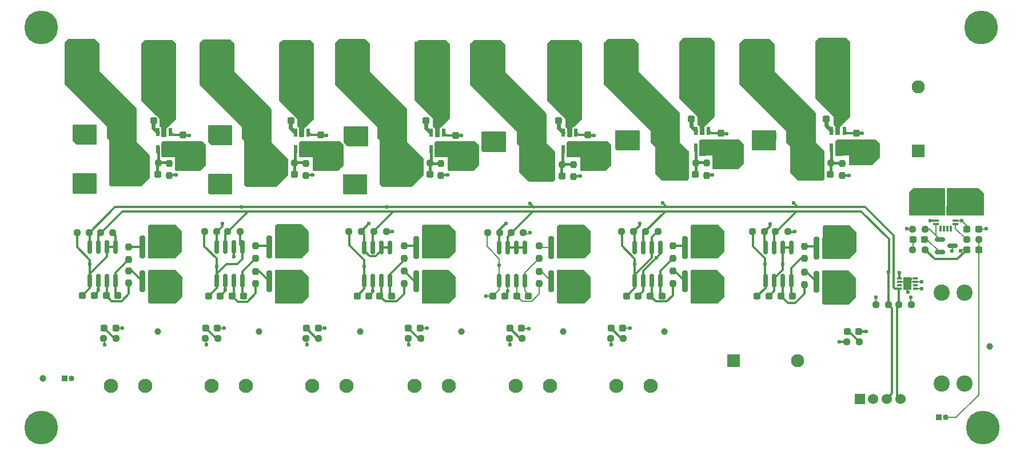
<source format=gbr>
%TF.GenerationSoftware,KiCad,Pcbnew,8.0.6*%
%TF.CreationDate,2025-03-19T11:29:43+02:00*%
%TF.ProjectId,UPD_PCB,5550445f-5043-4422-9e6b-696361645f70,1.1*%
%TF.SameCoordinates,Original*%
%TF.FileFunction,Copper,L1,Top*%
%TF.FilePolarity,Positive*%
%FSLAX46Y46*%
G04 Gerber Fmt 4.6, Leading zero omitted, Abs format (unit mm)*
G04 Created by KiCad (PCBNEW 8.0.6) date 2025-03-19 11:29:43*
%MOMM*%
%LPD*%
G01*
G04 APERTURE LIST*
G04 Aperture macros list*
%AMRoundRect*
0 Rectangle with rounded corners*
0 $1 Rounding radius*
0 $2 $3 $4 $5 $6 $7 $8 $9 X,Y pos of 4 corners*
0 Add a 4 corners polygon primitive as box body*
4,1,4,$2,$3,$4,$5,$6,$7,$8,$9,$2,$3,0*
0 Add four circle primitives for the rounded corners*
1,1,$1+$1,$2,$3*
1,1,$1+$1,$4,$5*
1,1,$1+$1,$6,$7*
1,1,$1+$1,$8,$9*
0 Add four rect primitives between the rounded corners*
20,1,$1+$1,$2,$3,$4,$5,0*
20,1,$1+$1,$4,$5,$6,$7,0*
20,1,$1+$1,$6,$7,$8,$9,0*
20,1,$1+$1,$8,$9,$2,$3,0*%
%AMRotRect*
0 Rectangle, with rotation*
0 The origin of the aperture is its center*
0 $1 length*
0 $2 width*
0 $3 Rotation angle, in degrees counterclockwise*
0 Add horizontal line*
21,1,$1,$2,0,0,$3*%
G04 Aperture macros list end*
%TA.AperFunction,SMDPad,CuDef*%
%ADD10RoundRect,0.237500X-0.250000X-0.237500X0.250000X-0.237500X0.250000X0.237500X-0.250000X0.237500X0*%
%TD*%
%TA.AperFunction,SMDPad,CuDef*%
%ADD11R,0.800000X0.300000*%
%TD*%
%TA.AperFunction,SMDPad,CuDef*%
%ADD12R,1.200000X1.900000*%
%TD*%
%TA.AperFunction,ComponentPad*%
%ADD13C,2.100000*%
%TD*%
%TA.AperFunction,SMDPad,CuDef*%
%ADD14RoundRect,0.237500X0.237500X-0.300000X0.237500X0.300000X-0.237500X0.300000X-0.237500X-0.300000X0*%
%TD*%
%TA.AperFunction,SMDPad,CuDef*%
%ADD15RoundRect,0.237500X-0.237500X0.250000X-0.237500X-0.250000X0.237500X-0.250000X0.237500X0.250000X0*%
%TD*%
%TA.AperFunction,SMDPad,CuDef*%
%ADD16RoundRect,0.250000X1.500000X0.550000X-1.500000X0.550000X-1.500000X-0.550000X1.500000X-0.550000X0*%
%TD*%
%TA.AperFunction,SMDPad,CuDef*%
%ADD17RoundRect,0.150000X-0.150000X0.825000X-0.150000X-0.825000X0.150000X-0.825000X0.150000X0.825000X0*%
%TD*%
%TA.AperFunction,SMDPad,CuDef*%
%ADD18R,0.600000X1.250000*%
%TD*%
%TA.AperFunction,SMDPad,CuDef*%
%ADD19RoundRect,0.237500X-0.287500X-0.237500X0.287500X-0.237500X0.287500X0.237500X-0.287500X0.237500X0*%
%TD*%
%TA.AperFunction,ComponentPad*%
%ADD20C,2.900000*%
%TD*%
%TA.AperFunction,ConnectorPad*%
%ADD21C,5.000000*%
%TD*%
%TA.AperFunction,SMDPad,CuDef*%
%ADD22RoundRect,0.237500X0.300000X0.237500X-0.300000X0.237500X-0.300000X-0.237500X0.300000X-0.237500X0*%
%TD*%
%TA.AperFunction,ComponentPad*%
%ADD23C,1.000000*%
%TD*%
%TA.AperFunction,ComponentPad*%
%ADD24C,1.950000*%
%TD*%
%TA.AperFunction,ComponentPad*%
%ADD25R,1.950000X1.950000*%
%TD*%
%TA.AperFunction,ComponentPad*%
%ADD26R,0.850000X0.850000*%
%TD*%
%TA.AperFunction,ComponentPad*%
%ADD27O,0.850000X0.850000*%
%TD*%
%TA.AperFunction,SMDPad,CuDef*%
%ADD28RoundRect,0.237500X-0.300000X-0.237500X0.300000X-0.237500X0.300000X0.237500X-0.300000X0.237500X0*%
%TD*%
%TA.AperFunction,SMDPad,CuDef*%
%ADD29R,0.800000X1.070000*%
%TD*%
%TA.AperFunction,SMDPad,CuDef*%
%ADD30RotRect,0.282800X0.282800X315.000000*%
%TD*%
%TA.AperFunction,SMDPad,CuDef*%
%ADD31R,0.600000X0.200000*%
%TD*%
%TA.AperFunction,SMDPad,CuDef*%
%ADD32R,0.850000X0.300000*%
%TD*%
%TA.AperFunction,SMDPad,CuDef*%
%ADD33R,0.300000X0.850000*%
%TD*%
%TA.AperFunction,SMDPad,CuDef*%
%ADD34RoundRect,0.237500X0.250000X0.237500X-0.250000X0.237500X-0.250000X-0.237500X0.250000X-0.237500X0*%
%TD*%
%TA.AperFunction,SMDPad,CuDef*%
%ADD35RoundRect,0.243600X-0.771400X1.406400X-0.771400X-1.406400X0.771400X-1.406400X0.771400X1.406400X0*%
%TD*%
%TA.AperFunction,SMDPad,CuDef*%
%ADD36RoundRect,0.212500X-0.212500X1.452500X-0.212500X-1.452500X0.212500X-1.452500X0.212500X1.452500X0*%
%TD*%
%TA.AperFunction,SMDPad,CuDef*%
%ADD37RoundRect,0.210000X-0.210000X1.365000X-0.210000X-1.365000X0.210000X-1.365000X0.210000X1.365000X0*%
%TD*%
%TA.AperFunction,SMDPad,CuDef*%
%ADD38R,3.900000X4.750000*%
%TD*%
%TA.AperFunction,ComponentPad*%
%ADD39R,1.524000X1.524000*%
%TD*%
%TA.AperFunction,ComponentPad*%
%ADD40C,1.524000*%
%TD*%
%TA.AperFunction,SMDPad,CuDef*%
%ADD41RoundRect,0.150000X-0.587500X-0.150000X0.587500X-0.150000X0.587500X0.150000X-0.587500X0.150000X0*%
%TD*%
%TA.AperFunction,ComponentPad*%
%ADD42C,2.400000*%
%TD*%
%TA.AperFunction,ViaPad*%
%ADD43C,0.600000*%
%TD*%
%TA.AperFunction,Conductor*%
%ADD44C,0.300000*%
%TD*%
%TA.AperFunction,Conductor*%
%ADD45C,0.200000*%
%TD*%
%TA.AperFunction,Conductor*%
%ADD46C,0.400000*%
%TD*%
%TA.AperFunction,Conductor*%
%ADD47C,0.600000*%
%TD*%
G04 APERTURE END LIST*
D10*
%TO.P,R51,1*%
%TO.N,GND*%
X142023642Y-99020822D03*
%TO.P,R51,2*%
%TO.N,Net-(D7-K)*%
X143848642Y-99020822D03*
%TD*%
D11*
%TO.P,IC1,1,SDA*%
%TO.N,INA_SDA*%
X229875000Y-90174999D03*
%TO.P,IC1,2,ADDR*%
%TO.N,GND*%
X229875000Y-90674999D03*
%TO.P,IC1,3,ALERT*%
%TO.N,unconnected-(IC1-ALERT-Pad3)*%
X229875000Y-91174999D03*
%TO.P,IC1,4,SCL*%
%TO.N,INA_SCL*%
X229875000Y-91674999D03*
%TO.P,IC1,5,VDD*%
%TO.N,+5V_out*%
X232275000Y-91674999D03*
%TO.P,IC1,6,NRESET*%
%TO.N,unconnected-(IC1-NRESET-Pad6)*%
X232275000Y-91174999D03*
%TO.P,IC1,7,R*%
%TO.N,GND*%
X232275000Y-90674999D03*
%TO.P,IC1,8,VSS*%
X232275000Y-90174999D03*
D12*
%TO.P,IC1,9,EP*%
X231075000Y-90924999D03*
%TD*%
D13*
%TO.P,J6,1,1*%
%TO.N,+12V_1_out*%
X128050000Y-106019999D03*
%TO.P,J6,2,2*%
%TO.N,GND*%
X133130000Y-106019999D03*
%TD*%
D10*
%TO.P,R42,1*%
%TO.N,INA_SDA*%
X111575000Y-83400000D03*
%TO.P,R42,2*%
%TO.N,+5V_out*%
X113400000Y-83400000D03*
%TD*%
D13*
%TO.P,J5,1,1*%
%TO.N,+16V_out*%
X158050000Y-106020000D03*
%TO.P,J5,2,2*%
%TO.N,GND*%
X163130000Y-106020000D03*
%TD*%
D14*
%TO.P,C11,1*%
%TO.N,+42V*%
X164150000Y-70662501D03*
%TO.P,C11,2*%
%TO.N,GND*%
X164150000Y-68937499D03*
%TD*%
D15*
%TO.P,R30,1*%
%TO.N,Net-(R27-Pad2)*%
X156560000Y-85332499D03*
%TO.P,R30,2*%
%TO.N,Net-(U5-IN+)*%
X156560000Y-87157499D03*
%TD*%
%TO.P,R31,1*%
%TO.N,Net-(R27-Pad3)*%
X156560000Y-89082500D03*
%TO.P,R31,2*%
%TO.N,Net-(U5-IN-)*%
X156560000Y-90907500D03*
%TD*%
D10*
%TO.P,R46,1*%
%TO.N,GND*%
X222087500Y-99500000D03*
%TO.P,R46,2*%
%TO.N,Net-(D2-K)*%
X223912500Y-99500000D03*
%TD*%
D16*
%TO.P,C25,1*%
%TO.N,+16V*%
X175250000Y-69269999D03*
%TO.P,C25,2*%
%TO.N,GND*%
X169850000Y-69269999D03*
%TD*%
D10*
%TO.P,R54,1*%
%TO.N,INA_SCL*%
X229799999Y-93999999D03*
%TO.P,R54,2*%
%TO.N,+5V_out*%
X231624999Y-93999999D03*
%TD*%
D17*
%TO.P,U3,1,A1*%
%TO.N,+5V_out*%
X132550000Y-85520000D03*
%TO.P,U3,2,A0*%
%TO.N,GND*%
X131280000Y-85520000D03*
%TO.P,U3,3,SDA*%
%TO.N,INA_SDA*%
X130010000Y-85520000D03*
%TO.P,U3,4,SCL*%
%TO.N,INA_SCL*%
X128740000Y-85520000D03*
%TO.P,U3,5,VS*%
%TO.N,+5V_out*%
X128740000Y-90470000D03*
%TO.P,U3,6,GND*%
%TO.N,GND*%
X130010000Y-90470000D03*
%TO.P,U3,7,IN-*%
%TO.N,Net-(U3-IN-)*%
X131280000Y-90470000D03*
%TO.P,U3,8,IN+*%
%TO.N,Net-(U3-IN+)*%
X132550000Y-90470000D03*
%TD*%
D18*
%TO.P,Q2,1,FB*%
%TO.N,Net-(Q2-FB)*%
X140450000Y-71019998D03*
%TO.P,Q2,2,EN*%
%TO.N,+42V*%
X141400000Y-71019998D03*
%TO.P,Q2,3,VIN*%
X142350000Y-71019998D03*
%TO.P,Q2,4,GND*%
%TO.N,GND*%
X142350000Y-68519998D03*
%TO.P,Q2,5,SW*%
%TO.N,Net-(Q2-SW)*%
X141400000Y-68519998D03*
%TO.P,Q2,6,CB*%
%TO.N,Net-(Q2-CB)*%
X140450000Y-68519998D03*
%TD*%
D19*
%TO.P,D4,1,K*%
%TO.N,Net-(D4-K)*%
X172175001Y-97520000D03*
%TO.P,D4,2,A*%
%TO.N,+19V_out*%
X173924999Y-97520000D03*
%TD*%
D20*
%TO.P,REF\u002A\u002A,1*%
%TO.N,N/C*%
X102800000Y-53000000D03*
D21*
X102800000Y-53000000D03*
%TD*%
D13*
%TO.P,J4,1,1*%
%TO.N,+19V_out*%
X173050001Y-106020000D03*
%TO.P,J4,2,2*%
%TO.N,GND*%
X178130001Y-106020000D03*
%TD*%
D22*
%TO.P,C38,1*%
%TO.N,Net-(U6-IN+)*%
X114127501Y-92670000D03*
%TO.P,C38,2*%
%TO.N,Net-(U6-IN-)*%
X112402499Y-92670000D03*
%TD*%
D19*
%TO.P,D7,1,K*%
%TO.N,Net-(D7-K)*%
X142061143Y-97530820D03*
%TO.P,D7,2,A*%
%TO.N,+12V_2_out*%
X143811141Y-97530820D03*
%TD*%
D23*
%TO.P,TP1,1,1*%
%TO.N,GND*%
X103000000Y-105000000D03*
%TD*%
D10*
%TO.P,R11,1*%
%TO.N,+16V*%
X178087500Y-73270000D03*
%TO.P,R11,2*%
%TO.N,Net-(Q5-FB)*%
X179912500Y-73270000D03*
%TD*%
D24*
%TO.P,J2,2,2*%
%TO.N,GND*%
X232650000Y-61740001D03*
D25*
%TO.P,J2,1,1*%
%TO.N,IP+*%
X232650000Y-71260001D03*
%TD*%
D16*
%TO.P,C16,1*%
%TO.N,+19V*%
X195050000Y-69019999D03*
%TO.P,C16,2*%
%TO.N,GND*%
X189650000Y-69019999D03*
%TD*%
D18*
%TO.P,Q6,1,FB*%
%TO.N,Net-(Q6-FB)*%
X120050000Y-71000000D03*
%TO.P,Q6,2,EN*%
%TO.N,+42V*%
X121000000Y-71000000D03*
%TO.P,Q6,3,VIN*%
X121950000Y-71000000D03*
%TO.P,Q6,4,GND*%
%TO.N,GND*%
X121950000Y-68500000D03*
%TO.P,Q6,5,SW*%
%TO.N,Net-(Q6-SW)*%
X121000000Y-68500000D03*
%TO.P,Q6,6,CB*%
%TO.N,Net-(Q6-CB)*%
X120050000Y-68500000D03*
%TD*%
D26*
%TO.P,J3,1,Pin_1*%
%TO.N,GND*%
X106250000Y-105000000D03*
D27*
%TO.P,J3,2,Pin_2*%
%TO.N,+5V_out*%
X107250000Y-105000000D03*
%TD*%
D23*
%TO.P,TP7,1,1*%
%TO.N,+5V_out*%
X120050000Y-98020000D03*
%TD*%
D10*
%TO.P,R7,1*%
%TO.N,+19V*%
X197874999Y-73000000D03*
%TO.P,R7,2*%
%TO.N,Net-(Q3-FB)*%
X199699999Y-73000000D03*
%TD*%
D17*
%TO.P,U4,1,A1*%
%TO.N,GND*%
X194455000Y-85545000D03*
%TO.P,U4,2,A0*%
%TO.N,+5V_out*%
X193185000Y-85545000D03*
%TO.P,U4,3,SDA*%
%TO.N,INA_SDA*%
X191915000Y-85545000D03*
%TO.P,U4,4,SCL*%
%TO.N,INA_SCL*%
X190645000Y-85545000D03*
%TO.P,U4,5,VS*%
%TO.N,+5V_out*%
X190645000Y-90495000D03*
%TO.P,U4,6,GND*%
%TO.N,GND*%
X191915000Y-90495000D03*
%TO.P,U4,7,IN-*%
%TO.N,Net-(U4-IN-)*%
X193185000Y-90495000D03*
%TO.P,U4,8,IN+*%
%TO.N,Net-(U4-IN+)*%
X194455000Y-90495000D03*
%TD*%
D15*
%TO.P,R5,1*%
%TO.N,Net-(Q3-FB)*%
X201325000Y-73067500D03*
%TO.P,R5,2*%
%TO.N,GND*%
X201325000Y-74892500D03*
%TD*%
%TO.P,R10,1*%
%TO.N,Net-(Q6-FB)*%
X121762501Y-73087499D03*
%TO.P,R10,2*%
%TO.N,GND*%
X121762501Y-74912499D03*
%TD*%
D23*
%TO.P,TP2,1,1*%
%TO.N,+24V_out*%
X195050000Y-98020000D03*
%TD*%
D15*
%TO.P,R29,1*%
%TO.N,Net-(R26-Pad3)*%
X196345000Y-89082500D03*
%TO.P,R29,2*%
%TO.N,Net-(U4-IN-)*%
X196345000Y-90907500D03*
%TD*%
D28*
%TO.P,C15,1*%
%TO.N,Net-(Q4-CB)*%
X159787498Y-66769999D03*
%TO.P,C15,2*%
%TO.N,Net-(Q4-SW)*%
X161512500Y-66769999D03*
%TD*%
%TO.P,C24,1*%
%TO.N,Net-(Q6-CB)*%
X119437499Y-66750000D03*
%TO.P,C24,2*%
%TO.N,Net-(Q6-SW)*%
X121162501Y-66750000D03*
%TD*%
D17*
%TO.P,U7,1,A1*%
%TO.N,INA_SDA*%
X174455000Y-85545000D03*
%TO.P,U7,2,A0*%
X173185000Y-85545000D03*
%TO.P,U7,3,SDA*%
X171915000Y-85545000D03*
%TO.P,U7,4,SCL*%
%TO.N,INA_SCL*%
X170645000Y-85545000D03*
%TO.P,U7,5,VS*%
%TO.N,+5V_out*%
X170645000Y-90495000D03*
%TO.P,U7,6,GND*%
%TO.N,GND*%
X171915000Y-90495000D03*
%TO.P,U7,7,IN-*%
%TO.N,Net-(U7-IN-)*%
X173185000Y-90495000D03*
%TO.P,U7,8,IN+*%
%TO.N,Net-(U7-IN+)*%
X174455000Y-90495000D03*
%TD*%
D19*
%TO.P,D5,1,K*%
%TO.N,Net-(D5-K)*%
X157175001Y-97519999D03*
%TO.P,D5,2,A*%
%TO.N,+16V_out*%
X158924999Y-97519999D03*
%TD*%
D14*
%TO.P,C2,1*%
%TO.N,+42V*%
X144150000Y-70632499D03*
%TO.P,C2,2*%
%TO.N,GND*%
X144150000Y-68907497D03*
%TD*%
D29*
%TO.P,U1,1,IP+*%
%TO.N,IP+*%
X237249999Y-80050000D03*
D30*
X237450000Y-80585000D03*
D31*
X237150000Y-80685000D03*
D29*
%TO.P,U1,2,IP-*%
%TO.N,+42V*%
X236250001Y-80050000D03*
D30*
X236050000Y-80585000D03*
D31*
X236350000Y-80685000D03*
D32*
%TO.P,U1,3,GND*%
%TO.N,GND*%
X235300000Y-81600000D03*
%TO.P,U1,4,~{FAULT}*%
%TO.N,Net-(Q7-G)*%
X235300000Y-82100000D03*
D33*
%TO.P,U1,5,NC*%
%TO.N,unconnected-(U1-NC-Pad5)*%
X236000000Y-82800000D03*
%TO.P,U1,6,NC*%
%TO.N,unconnected-(U1-NC-Pad6)*%
X236500000Y-82800000D03*
%TO.P,U1,7,NC*%
%TO.N,unconnected-(U1-NC-Pad7)*%
X237000000Y-82800000D03*
%TO.P,U1,8,NC*%
%TO.N,unconnected-(U1-NC-Pad8)*%
X237500000Y-82800000D03*
D32*
%TO.P,U1,9,VIOUT*%
%TO.N,Net-(U1-VIOUT)*%
X238200000Y-82100000D03*
%TO.P,U1,10,VCC*%
%TO.N,+5V_out*%
X238200000Y-81600000D03*
%TD*%
D15*
%TO.P,R17,1*%
%TO.N,Net-(R14-Pad2)*%
X134555000Y-85337500D03*
%TO.P,R17,2*%
%TO.N,Net-(U3-IN+)*%
X134555000Y-87162500D03*
%TD*%
D16*
%TO.P,C8,1*%
%TO.N,+12V_1*%
X134700000Y-75520000D03*
%TO.P,C8,2*%
%TO.N,GND*%
X129300000Y-75520000D03*
%TD*%
D19*
%TO.P,D3,1,K*%
%TO.N,Net-(D3-K)*%
X187175001Y-97520000D03*
%TO.P,D3,2,A*%
%TO.N,+24V_out*%
X188924999Y-97520000D03*
%TD*%
D10*
%TO.P,R20,1*%
%TO.N,+5V_out*%
X231837499Y-82870000D03*
%TO.P,R20,2*%
%TO.N,Net-(Q7-G)*%
X233662499Y-82870000D03*
%TD*%
D22*
%TO.P,C4,1*%
%TO.N,Net-(Q2-FB)*%
X140262501Y-74769999D03*
%TO.P,C4,2*%
%TO.N,+12V_1*%
X138537499Y-74769999D03*
%TD*%
D34*
%TO.P,R34,1*%
%TO.N,INA_SCL*%
X190512500Y-83200000D03*
%TO.P,R34,2*%
%TO.N,+5V_out*%
X188687500Y-83200000D03*
%TD*%
D15*
%TO.P,R2,1*%
%TO.N,Net-(Q2-FB)*%
X142000000Y-73087500D03*
%TO.P,R2,2*%
%TO.N,GND*%
X142000000Y-74912500D03*
%TD*%
D25*
%TO.P,J10,1,1*%
%TO.N,GND*%
X205290000Y-102370000D03*
D24*
%TO.P,J10,2,2*%
%TO.N,+42V_out*%
X214810000Y-102370000D03*
%TD*%
D23*
%TO.P,TP5,1,1*%
%TO.N,+12V_2_out*%
X150050000Y-98020000D03*
%TD*%
D15*
%TO.P,R18,1*%
%TO.N,Net-(R14-Pad3)*%
X134555001Y-89087499D03*
%TO.P,R18,2*%
%TO.N,Net-(U3-IN-)*%
X134555001Y-90912499D03*
%TD*%
%TO.P,R41,1*%
%TO.N,Net-(R37-Pad3)*%
X176550000Y-89107500D03*
%TO.P,R41,2*%
%TO.N,Net-(U7-IN-)*%
X176550000Y-90932500D03*
%TD*%
D10*
%TO.P,R52,1*%
%TO.N,GND*%
X112050000Y-99019999D03*
%TO.P,R52,2*%
%TO.N,Net-(D8-K)*%
X113875000Y-99019999D03*
%TD*%
D34*
%TO.P,R53,1*%
%TO.N,INA_SDA*%
X228262500Y-94000000D03*
%TO.P,R53,2*%
%TO.N,+5V_out*%
X226437500Y-94000000D03*
%TD*%
D15*
%TO.P,R9,1*%
%TO.N,Net-(Q5-FB)*%
X181600001Y-73287500D03*
%TO.P,R9,2*%
%TO.N,GND*%
X181600001Y-75112500D03*
%TD*%
D14*
%TO.P,C19,1*%
%TO.N,+42V*%
X183750000Y-70632501D03*
%TO.P,C19,2*%
%TO.N,GND*%
X183750000Y-68907499D03*
%TD*%
D22*
%TO.P,C35,1*%
%TO.N,Net-(U5-IN+)*%
X154672502Y-92744999D03*
%TO.P,C35,2*%
%TO.N,Net-(U5-IN-)*%
X152947500Y-92744999D03*
%TD*%
D35*
%TO.P,R36,1,1*%
%TO.N,+5V_NS*%
X119650000Y-85500000D03*
D36*
%TO.P,R36,2,2*%
%TO.N,Net-(R36-Pad2)*%
X117790000Y-85515000D03*
D37*
%TO.P,R36,3,3*%
%TO.N,Net-(R36-Pad3)*%
X117795000Y-90555000D03*
D35*
%TO.P,R36,4,4*%
%TO.N,+5V_out*%
X119635000Y-90540000D03*
%TD*%
D15*
%TO.P,R38,1*%
%TO.N,Net-(R36-Pad2)*%
X115765000Y-85507500D03*
%TO.P,R38,2*%
%TO.N,Net-(U6-IN+)*%
X115765000Y-87332500D03*
%TD*%
D10*
%TO.P,R19,1*%
%TO.N,Net-(U1-VIOUT)*%
X239837499Y-84369999D03*
%TO.P,R19,2*%
%TO.N,VIOUT*%
X241662499Y-84369999D03*
%TD*%
D38*
%TO.P,L2,1,1*%
%TO.N,Net-(Q2-SW)*%
X140000000Y-57500000D03*
%TO.P,L2,2,2*%
%TO.N,+12V_1*%
X128700000Y-57500000D03*
%TD*%
D16*
%TO.P,C26,1*%
%TO.N,+5V_NS*%
X114625001Y-68200000D03*
%TO.P,C26,2*%
%TO.N,GND*%
X109225001Y-68200000D03*
%TD*%
D10*
%TO.P,R22,1*%
%TO.N,INA_SDA*%
X130400000Y-83200000D03*
%TO.P,R22,2*%
%TO.N,+5V_out*%
X132225000Y-83200000D03*
%TD*%
D16*
%TO.P,C17,1*%
%TO.N,+12V_2*%
X154750000Y-68370000D03*
%TO.P,C17,2*%
%TO.N,GND*%
X149350000Y-68370000D03*
%TD*%
D15*
%TO.P,R1,1*%
%TO.N,Net-(Q1-FB)*%
X221400000Y-73087499D03*
%TO.P,R1,2*%
%TO.N,GND*%
X221400000Y-74912499D03*
%TD*%
%TO.P,R39,1*%
%TO.N,Net-(R36-Pad3)*%
X115765000Y-89007500D03*
%TO.P,R39,2*%
%TO.N,Net-(U6-IN-)*%
X115765000Y-90832500D03*
%TD*%
D22*
%TO.P,C28,1*%
%TO.N,Net-(U2-IN+)*%
X214050000Y-92795000D03*
%TO.P,C28,2*%
%TO.N,Net-(U2-IN-)*%
X212324998Y-92795000D03*
%TD*%
D23*
%TO.P,TP6,1,1*%
%TO.N,+16V_out*%
X165050000Y-98020000D03*
%TD*%
D35*
%TO.P,R37,1,1*%
%TO.N,+16V*%
X180185000Y-85515000D03*
D36*
%TO.P,R37,2,2*%
%TO.N,Net-(R37-Pad2)*%
X178325000Y-85530000D03*
D37*
%TO.P,R37,3,3*%
%TO.N,Net-(R37-Pad3)*%
X178330000Y-90570000D03*
D35*
%TO.P,R37,4,4*%
%TO.N,+16V_out*%
X180170000Y-90555000D03*
%TD*%
%TO.P,R26,1,1*%
%TO.N,+19V*%
X199980000Y-85515000D03*
D36*
%TO.P,R26,2,2*%
%TO.N,Net-(R26-Pad2)*%
X198120000Y-85530000D03*
D37*
%TO.P,R26,3,3*%
%TO.N,Net-(R26-Pad3)*%
X198125000Y-90570000D03*
D35*
%TO.P,R26,4,4*%
%TO.N,+19V_out*%
X199965000Y-90555000D03*
%TD*%
D22*
%TO.P,C21,1*%
%TO.N,Net-(Q5-FB)*%
X179887503Y-75020000D03*
%TO.P,C21,2*%
%TO.N,+16V*%
X178162501Y-75020000D03*
%TD*%
D39*
%TO.P,J11,1,Pin_1*%
%TO.N,GND*%
X224000000Y-108000000D03*
D40*
%TO.P,J11,2,Pin_2*%
%TO.N,+5V_out*%
X226000001Y-108000000D03*
%TO.P,J11,3,Pin_3*%
%TO.N,INA_SDA*%
X228000000Y-108000000D03*
%TO.P,J11,4,Pin_4*%
%TO.N,INA_SCL*%
X230000000Y-108000000D03*
%TD*%
D34*
%TO.P,R24,1*%
%TO.N,INA_SCL*%
X209912500Y-83200000D03*
%TO.P,R24,2*%
%TO.N,+5V_out*%
X208087500Y-83200000D03*
%TD*%
D38*
%TO.P,L5,1,1*%
%TO.N,Net-(Q5-SW)*%
X180000000Y-57499999D03*
%TO.P,L5,2,2*%
%TO.N,+16V*%
X168700000Y-57499999D03*
%TD*%
D22*
%TO.P,C41,1*%
%TO.N,GND*%
X171412501Y-92770000D03*
%TO.P,C41,2*%
%TO.N,+5V_out*%
X169687499Y-92770000D03*
%TD*%
%TO.P,C33,1*%
%TO.N,GND*%
X129280002Y-92750000D03*
%TO.P,C33,2*%
%TO.N,+5V_out*%
X127555000Y-92750000D03*
%TD*%
D35*
%TO.P,R27,1,1*%
%TO.N,+12V_2*%
X160195000Y-85515000D03*
D36*
%TO.P,R27,2,2*%
%TO.N,Net-(R27-Pad2)*%
X158335000Y-85530000D03*
D37*
%TO.P,R27,3,3*%
%TO.N,Net-(R27-Pad3)*%
X158340000Y-90570000D03*
D35*
%TO.P,R27,4,4*%
%TO.N,+12V_2_out*%
X160180000Y-90555000D03*
%TD*%
D19*
%TO.P,D1,1,K*%
%TO.N,Net-(D1-K)*%
X231875000Y-84369999D03*
%TO.P,D1,2,A*%
%TO.N,Net-(D1-A)*%
X233624998Y-84369999D03*
%TD*%
D14*
%TO.P,C20,1*%
%TO.N,+42V*%
X123800001Y-70612501D03*
%TO.P,C20,2*%
%TO.N,GND*%
X123800001Y-68887499D03*
%TD*%
D34*
%TO.P,R35,1*%
%TO.N,INA_SCL*%
X150200000Y-83200000D03*
%TO.P,R35,2*%
%TO.N,+5V_out*%
X148375000Y-83200000D03*
%TD*%
D15*
%TO.P,R16,1*%
%TO.N,Net-(R13-Pad3)*%
X215800000Y-89219999D03*
%TO.P,R16,2*%
%TO.N,Net-(U2-IN-)*%
X215800000Y-91044999D03*
%TD*%
D10*
%TO.P,R12,1*%
%TO.N,+5V_NS*%
X118300000Y-73000000D03*
%TO.P,R12,2*%
%TO.N,Net-(Q6-FB)*%
X120125000Y-73000000D03*
%TD*%
D22*
%TO.P,C34,1*%
%TO.N,Net-(U4-IN+)*%
X194707502Y-92744999D03*
%TO.P,C34,2*%
%TO.N,Net-(U4-IN-)*%
X192982500Y-92744999D03*
%TD*%
%TO.P,C40,1*%
%TO.N,GND*%
X110627501Y-92669999D03*
%TO.P,C40,2*%
%TO.N,+5V_out*%
X108902499Y-92669999D03*
%TD*%
D23*
%TO.P,TP3,1,1*%
%TO.N,+12V_1_out*%
X135050000Y-98020000D03*
%TD*%
D28*
%TO.P,C6,1*%
%TO.N,Net-(Q2-CB)*%
X139787499Y-66770000D03*
%TO.P,C6,2*%
%TO.N,Net-(Q2-SW)*%
X141512501Y-66770000D03*
%TD*%
D10*
%TO.P,R4,1*%
%TO.N,+12V_1*%
X138487500Y-73020000D03*
%TO.P,R4,2*%
%TO.N,Net-(Q2-FB)*%
X140312500Y-73020000D03*
%TD*%
D15*
%TO.P,R28,1*%
%TO.N,Net-(R26-Pad2)*%
X196345001Y-85332499D03*
%TO.P,R28,2*%
%TO.N,Net-(U4-IN+)*%
X196345001Y-87157499D03*
%TD*%
D19*
%TO.P,D2,1,K*%
%TO.N,Net-(D2-K)*%
X222125001Y-98000000D03*
%TO.P,D2,2,A*%
%TO.N,+42V_out*%
X223874999Y-98000000D03*
%TD*%
D10*
%TO.P,R21,1*%
%TO.N,INA_SDA*%
X211521716Y-83230363D03*
%TO.P,R21,2*%
%TO.N,+5V_out*%
X213346716Y-83230363D03*
%TD*%
%TO.P,R23,1*%
%TO.N,Net-(D1-K)*%
X231837501Y-85870000D03*
%TO.P,R23,2*%
%TO.N,GND*%
X233662501Y-85870000D03*
%TD*%
D20*
%TO.P,REF\u002A\u002A,1*%
%TO.N,N/C*%
X242200000Y-112200000D03*
D21*
X242200000Y-112200000D03*
%TD*%
D16*
%TO.P,C18,1*%
%TO.N,+12V_2*%
X154700000Y-75520000D03*
%TO.P,C18,2*%
%TO.N,GND*%
X149300000Y-75520000D03*
%TD*%
D34*
%TO.P,R25,1*%
%TO.N,INA_SCL*%
X128800000Y-83200000D03*
%TO.P,R25,2*%
%TO.N,+5V_out*%
X126975000Y-83200000D03*
%TD*%
D13*
%TO.P,J7,1,1*%
%TO.N,+12V_2_out*%
X142920000Y-106020000D03*
%TO.P,J7,2,2*%
%TO.N,GND*%
X148000000Y-106020000D03*
%TD*%
D15*
%TO.P,R6,1*%
%TO.N,Net-(Q4-FB)*%
X162000000Y-73087500D03*
%TO.P,R6,2*%
%TO.N,GND*%
X162000000Y-74912500D03*
%TD*%
D28*
%TO.P,C14,1*%
%TO.N,Net-(Q3-CB)*%
X199050000Y-66520000D03*
%TO.P,C14,2*%
%TO.N,Net-(Q3-SW)*%
X200775002Y-66520000D03*
%TD*%
D20*
%TO.P,REF\u002A\u002A,1*%
%TO.N,N/C*%
X102800000Y-112200000D03*
D21*
X102800000Y-112200000D03*
%TD*%
D10*
%TO.P,R47,1*%
%TO.N,GND*%
X187137500Y-99020000D03*
%TO.P,R47,2*%
%TO.N,Net-(D3-K)*%
X188962500Y-99020000D03*
%TD*%
D22*
%TO.P,C12,1*%
%TO.N,Net-(Q3-FB)*%
X199675002Y-74700000D03*
%TO.P,C12,2*%
%TO.N,+19V*%
X197950000Y-74700000D03*
%TD*%
%TO.P,C3,1*%
%TO.N,Net-(Q1-FB)*%
X219625002Y-74770000D03*
%TO.P,C3,2*%
%TO.N,+24V*%
X217900000Y-74770000D03*
%TD*%
D18*
%TO.P,Q3,1,FB*%
%TO.N,Net-(Q3-FB)*%
X199712501Y-70769999D03*
%TO.P,Q3,2,EN*%
%TO.N,+42V*%
X200662501Y-70769999D03*
%TO.P,Q3,3,VIN*%
X201612501Y-70769999D03*
%TO.P,Q3,4,GND*%
%TO.N,GND*%
X201612501Y-68269999D03*
%TO.P,Q3,5,SW*%
%TO.N,Net-(Q3-SW)*%
X200662501Y-68269999D03*
%TO.P,Q3,6,CB*%
%TO.N,Net-(Q3-CB)*%
X199712501Y-68269999D03*
%TD*%
D22*
%TO.P,C37,1*%
%TO.N,GND*%
X151310000Y-92744999D03*
%TO.P,C37,2*%
%TO.N,+5V_out*%
X149584998Y-92744999D03*
%TD*%
D18*
%TO.P,Q4,1,FB*%
%TO.N,Net-(Q4-FB)*%
X160500000Y-71019998D03*
%TO.P,Q4,2,EN*%
%TO.N,+42V*%
X161450000Y-71019998D03*
%TO.P,Q4,3,VIN*%
X162400000Y-71019998D03*
%TO.P,Q4,4,GND*%
%TO.N,GND*%
X162400000Y-68519998D03*
%TO.P,Q4,5,SW*%
%TO.N,Net-(Q4-SW)*%
X161450000Y-68519998D03*
%TO.P,Q4,6,CB*%
%TO.N,Net-(Q4-CB)*%
X160500000Y-68519998D03*
%TD*%
D10*
%TO.P,R49,1*%
%TO.N,GND*%
X157137500Y-99019999D03*
%TO.P,R49,2*%
%TO.N,Net-(D5-K)*%
X158962500Y-99019999D03*
%TD*%
%TO.P,R32,1*%
%TO.N,INA_SDA*%
X192287500Y-83200000D03*
%TO.P,R32,2*%
%TO.N,+5V_out*%
X194112500Y-83200000D03*
%TD*%
D35*
%TO.P,R13,1,1*%
%TO.N,+24V*%
X219435000Y-85625000D03*
D36*
%TO.P,R13,2,2*%
%TO.N,Net-(R13-Pad2)*%
X217575000Y-85640000D03*
D37*
%TO.P,R13,3,3*%
%TO.N,Net-(R13-Pad3)*%
X217580000Y-90680000D03*
D35*
%TO.P,R13,4,4*%
%TO.N,+24V_out*%
X219420000Y-90665000D03*
%TD*%
%TO.P,R14,1,1*%
%TO.N,+12V_1*%
X138415000Y-85490000D03*
D36*
%TO.P,R14,2,2*%
%TO.N,Net-(R14-Pad2)*%
X136555000Y-85505000D03*
D37*
%TO.P,R14,3,3*%
%TO.N,Net-(R14-Pad3)*%
X136560000Y-90545000D03*
D35*
%TO.P,R14,4,4*%
%TO.N,+12V_1_out*%
X138400000Y-90530000D03*
%TD*%
D26*
%TO.P,J12,1,Pin_1*%
%TO.N,GND*%
X235750001Y-110750000D03*
D27*
%TO.P,J12,2,Pin_2*%
%TO.N,VIOUT*%
X236750001Y-110750000D03*
%TD*%
D16*
%TO.P,C27,1*%
%TO.N,+5V_NS*%
X114625001Y-75450000D03*
%TO.P,C27,2*%
%TO.N,GND*%
X109225001Y-75450000D03*
%TD*%
D23*
%TO.P,TP8,1,1*%
%TO.N,+42V_out*%
X243250000Y-100250000D03*
%TD*%
D38*
%TO.P,L6,1,1*%
%TO.N,Net-(Q6-SW)*%
X120000001Y-57500000D03*
%TO.P,L6,2,2*%
%TO.N,+5V_NS*%
X108700001Y-57500000D03*
%TD*%
D10*
%TO.P,R43,1*%
%TO.N,INA_SDA*%
X172375000Y-83400000D03*
%TO.P,R43,2*%
%TO.N,+5V_out*%
X174200000Y-83400000D03*
%TD*%
%TO.P,R8,1*%
%TO.N,+12V_2*%
X158575000Y-73019998D03*
%TO.P,R8,2*%
%TO.N,Net-(Q4-FB)*%
X160400000Y-73019998D03*
%TD*%
D15*
%TO.P,R40,1*%
%TO.N,Net-(R37-Pad2)*%
X176550000Y-85357500D03*
%TO.P,R40,2*%
%TO.N,Net-(U7-IN+)*%
X176550000Y-87182500D03*
%TD*%
D22*
%TO.P,C39,1*%
%TO.N,Net-(U7-IN+)*%
X174912501Y-92770000D03*
%TO.P,C39,2*%
%TO.N,Net-(U7-IN-)*%
X173187499Y-92770000D03*
%TD*%
D17*
%TO.P,U5,1,A1*%
%TO.N,INA_SCL*%
X154455001Y-85544999D03*
%TO.P,U5,2,A0*%
X153185001Y-85544999D03*
%TO.P,U5,3,SDA*%
%TO.N,INA_SDA*%
X151915001Y-85544999D03*
%TO.P,U5,4,SCL*%
%TO.N,INA_SCL*%
X150645001Y-85544999D03*
%TO.P,U5,5,VS*%
%TO.N,+5V_out*%
X150645001Y-90494999D03*
%TO.P,U5,6,GND*%
%TO.N,GND*%
X151915001Y-90494999D03*
%TO.P,U5,7,IN-*%
%TO.N,Net-(U5-IN-)*%
X153185001Y-90494999D03*
%TO.P,U5,8,IN+*%
%TO.N,Net-(U5-IN+)*%
X154455001Y-90494999D03*
%TD*%
D23*
%TO.P,TP4,1,1*%
%TO.N,+19V_out*%
X180050000Y-98020000D03*
%TD*%
D16*
%TO.P,C9,1*%
%TO.N,+12V_1*%
X134700000Y-68270000D03*
%TO.P,C9,2*%
%TO.N,GND*%
X129300000Y-68270000D03*
%TD*%
D34*
%TO.P,R45,1*%
%TO.N,INA_SCL*%
X170712500Y-83400000D03*
%TO.P,R45,2*%
%TO.N,+5V_out*%
X168887500Y-83400000D03*
%TD*%
D22*
%TO.P,C36,1*%
%TO.N,GND*%
X191207501Y-92745000D03*
%TO.P,C36,2*%
%TO.N,+5V_out*%
X189482499Y-92745000D03*
%TD*%
D41*
%TO.P,Q7,1,G*%
%TO.N,Net-(Q7-G)*%
X235874998Y-84370000D03*
%TO.P,Q7,2,S*%
%TO.N,Net-(D1-A)*%
X235874998Y-86270000D03*
%TO.P,Q7,3,D*%
%TO.N,+5V_out*%
X237749999Y-85320000D03*
%TD*%
D22*
%TO.P,C29,1*%
%TO.N,Net-(U3-IN+)*%
X132780003Y-92750000D03*
%TO.P,C29,2*%
%TO.N,Net-(U3-IN-)*%
X131055001Y-92750000D03*
%TD*%
D28*
%TO.P,C30,1*%
%TO.N,+5V_out*%
X239887498Y-82870000D03*
%TO.P,C30,2*%
%TO.N,GND*%
X241612500Y-82870000D03*
%TD*%
D18*
%TO.P,Q1,1,FB*%
%TO.N,Net-(Q1-FB)*%
X219825003Y-70769999D03*
%TO.P,Q1,2,EN*%
%TO.N,+42V*%
X220775003Y-70769999D03*
%TO.P,Q1,3,VIN*%
X221725003Y-70769999D03*
%TO.P,Q1,4,GND*%
%TO.N,GND*%
X221725003Y-68269999D03*
%TO.P,Q1,5,SW*%
%TO.N,Net-(Q1-SW)*%
X220775003Y-68269999D03*
%TO.P,Q1,6,CB*%
%TO.N,Net-(Q1-CB)*%
X219825003Y-68269999D03*
%TD*%
D38*
%TO.P,L3,1,1*%
%TO.N,Net-(Q3-SW)*%
X200000000Y-57500000D03*
%TO.P,L3,2,2*%
%TO.N,+19V*%
X188700000Y-57500000D03*
%TD*%
D22*
%TO.P,C32,1*%
%TO.N,GND*%
X210550000Y-92795000D03*
%TO.P,C32,2*%
%TO.N,+5V_out*%
X208824998Y-92795000D03*
%TD*%
D20*
%TO.P,REF\u002A\u002A,1*%
%TO.N,N/C*%
X242000000Y-53000000D03*
D21*
X242000000Y-53000000D03*
%TD*%
D13*
%TO.P,J8,1,1*%
%TO.N,+5V_out*%
X113120001Y-106020000D03*
%TO.P,J8,2,2*%
%TO.N,GND*%
X118200001Y-106020000D03*
%TD*%
D34*
%TO.P,R44,1*%
%TO.N,INA_SCL*%
X109912500Y-83400000D03*
%TO.P,R44,2*%
%TO.N,+5V_out*%
X108087500Y-83400000D03*
%TD*%
D22*
%TO.P,C31,1*%
%TO.N,VIOUT*%
X241612500Y-85870000D03*
%TO.P,C31,2*%
%TO.N,GND*%
X239887498Y-85870000D03*
%TD*%
D10*
%TO.P,R33,1*%
%TO.N,INA_SDA*%
X152087500Y-83200000D03*
%TO.P,R33,2*%
%TO.N,+5V_out*%
X153912500Y-83200000D03*
%TD*%
%TO.P,R3,1*%
%TO.N,+24V*%
X217862503Y-73020000D03*
%TO.P,R3,2*%
%TO.N,Net-(Q1-FB)*%
X219687503Y-73020000D03*
%TD*%
D14*
%TO.P,C10,1*%
%TO.N,+42V*%
X203412500Y-70382501D03*
%TO.P,C10,2*%
%TO.N,GND*%
X203412500Y-68657499D03*
%TD*%
D18*
%TO.P,Q5,1,FB*%
%TO.N,Net-(Q5-FB)*%
X180050000Y-71019999D03*
%TO.P,Q5,2,EN*%
%TO.N,+42V*%
X181000000Y-71019999D03*
%TO.P,Q5,3,VIN*%
X181950000Y-71019999D03*
%TO.P,Q5,4,GND*%
%TO.N,GND*%
X181950000Y-68519999D03*
%TO.P,Q5,5,SW*%
%TO.N,Net-(Q5-SW)*%
X181000000Y-68519999D03*
%TO.P,Q5,6,CB*%
%TO.N,Net-(Q5-CB)*%
X180050000Y-68519999D03*
%TD*%
D38*
%TO.P,L4,1,1*%
%TO.N,Net-(Q4-SW)*%
X160000000Y-57500000D03*
%TO.P,L4,2,2*%
%TO.N,+12V_2*%
X148700000Y-57500000D03*
%TD*%
D14*
%TO.P,C1,1*%
%TO.N,+42V*%
X223525002Y-70382502D03*
%TO.P,C1,2*%
%TO.N,GND*%
X223525002Y-68657500D03*
%TD*%
D10*
%TO.P,R50,1*%
%TO.N,GND*%
X127114617Y-99026393D03*
%TO.P,R50,2*%
%TO.N,Net-(D6-K)*%
X128939617Y-99026393D03*
%TD*%
D38*
%TO.P,L1,1,1*%
%TO.N,Net-(Q1-SW)*%
X220000000Y-57500000D03*
%TO.P,L1,2,2*%
%TO.N,+24V*%
X208700000Y-57500000D03*
%TD*%
D16*
%TO.P,C7,1*%
%TO.N,+24V*%
X215250001Y-69020000D03*
%TO.P,C7,2*%
%TO.N,GND*%
X209850001Y-69020000D03*
%TD*%
D19*
%TO.P,D8,1,K*%
%TO.N,Net-(D8-K)*%
X112087501Y-97519999D03*
%TO.P,D8,2,A*%
%TO.N,+5V_out*%
X113837499Y-97519999D03*
%TD*%
D28*
%TO.P,C5,1*%
%TO.N,Net-(Q1-CB)*%
X219050000Y-66520000D03*
%TO.P,C5,2*%
%TO.N,Net-(Q1-SW)*%
X220775002Y-66520000D03*
%TD*%
%TO.P,C23,1*%
%TO.N,Net-(Q5-CB)*%
X179387500Y-66770000D03*
%TO.P,C23,2*%
%TO.N,Net-(Q5-SW)*%
X181112502Y-66770000D03*
%TD*%
D13*
%TO.P,J9,1,1*%
%TO.N,+24V_out*%
X187970000Y-106020000D03*
%TO.P,J9,2,2*%
%TO.N,GND*%
X193050000Y-106020000D03*
%TD*%
D19*
%TO.P,D6,1,K*%
%TO.N,Net-(D6-K)*%
X127152118Y-97526393D03*
%TO.P,D6,2,A*%
%TO.N,+12V_1_out*%
X128902116Y-97526393D03*
%TD*%
D22*
%TO.P,C13,1*%
%TO.N,Net-(Q4-FB)*%
X160350001Y-74770000D03*
%TO.P,C13,2*%
%TO.N,+12V_2*%
X158624999Y-74770000D03*
%TD*%
D17*
%TO.P,U2,1,A1*%
%TO.N,GND*%
X213860000Y-85570001D03*
%TO.P,U2,2,A0*%
X212590000Y-85570001D03*
%TO.P,U2,3,SDA*%
%TO.N,INA_SDA*%
X211320000Y-85570001D03*
%TO.P,U2,4,SCL*%
%TO.N,INA_SCL*%
X210050000Y-85570001D03*
%TO.P,U2,5,VS*%
%TO.N,+5V_out*%
X210050000Y-90520001D03*
%TO.P,U2,6,GND*%
%TO.N,GND*%
X211320000Y-90520001D03*
%TO.P,U2,7,IN-*%
%TO.N,Net-(U2-IN-)*%
X212590000Y-90520001D03*
%TO.P,U2,8,IN+*%
%TO.N,Net-(U2-IN+)*%
X213860000Y-90520001D03*
%TD*%
D10*
%TO.P,R48,1*%
%TO.N,GND*%
X172137500Y-99020000D03*
%TO.P,R48,2*%
%TO.N,Net-(D4-K)*%
X173962500Y-99020000D03*
%TD*%
D15*
%TO.P,R15,1*%
%TO.N,Net-(R13-Pad2)*%
X215800000Y-85382500D03*
%TO.P,R15,2*%
%TO.N,Net-(U2-IN+)*%
X215800000Y-87207500D03*
%TD*%
D17*
%TO.P,U6,1,A1*%
%TO.N,+5V_out*%
X113820000Y-85520000D03*
%TO.P,U6,2,A0*%
X112550000Y-85520000D03*
%TO.P,U6,3,SDA*%
%TO.N,INA_SDA*%
X111280000Y-85520000D03*
%TO.P,U6,4,SCL*%
%TO.N,INA_SCL*%
X110010000Y-85520000D03*
%TO.P,U6,5,VS*%
%TO.N,+5V_out*%
X110010000Y-90470000D03*
%TO.P,U6,6,GND*%
%TO.N,GND*%
X111280000Y-90470000D03*
%TO.P,U6,7,IN-*%
%TO.N,Net-(U6-IN-)*%
X112550000Y-90470000D03*
%TO.P,U6,8,IN+*%
%TO.N,Net-(U6-IN+)*%
X113820000Y-90470000D03*
%TD*%
D42*
%TO.P,J1,1,1*%
%TO.N,+42V*%
X239500000Y-92265000D03*
%TO.P,J1,2,2*%
%TO.N,+42V_out*%
X239500000Y-105735000D03*
%TO.P,J1,3,3*%
%TO.N,+42V*%
X236100000Y-92265000D03*
%TO.P,J1,4,4*%
%TO.N,+42V_out*%
X236100000Y-105735000D03*
%TD*%
D22*
%TO.P,C22,1*%
%TO.N,Net-(Q6-FB)*%
X120037503Y-74750000D03*
%TO.P,C22,2*%
%TO.N,+5V_NS*%
X118312501Y-74750000D03*
%TD*%
D43*
%TO.N,GND*%
X109034207Y-69760446D03*
X208600000Y-70600000D03*
X143000000Y-74800000D03*
X148200001Y-70000000D03*
X238949999Y-86050000D03*
X169600000Y-70800000D03*
X129077800Y-69840307D03*
X151915000Y-92000000D03*
X209600000Y-70600000D03*
X110034208Y-69760446D03*
X127227117Y-99997643D03*
X122800000Y-74800000D03*
X150076825Y-77099611D03*
X168600000Y-70800000D03*
X150200000Y-70000000D03*
X231108777Y-92200000D03*
X109000000Y-77000000D03*
X131280000Y-86920000D03*
X184632498Y-68970000D03*
X130010000Y-91800000D03*
X187200001Y-100000000D03*
X145032498Y-68969997D03*
X189400000Y-70600000D03*
X222400000Y-74912500D03*
X182600000Y-75000000D03*
X220990824Y-99520244D03*
X108034207Y-69760446D03*
X242699999Y-82800000D03*
X110000000Y-77000000D03*
X128081115Y-77081115D03*
X165032499Y-69000000D03*
X124682498Y-68950000D03*
X163000000Y-74800000D03*
X190400000Y-70600000D03*
X111280000Y-91800000D03*
X130081115Y-77081115D03*
X142136143Y-99992071D03*
X130077800Y-69840307D03*
X202200000Y-74800000D03*
X148076825Y-77099611D03*
X149200000Y-70000000D03*
X108000000Y-77000000D03*
X204294999Y-68720000D03*
X188400000Y-70600000D03*
X128077800Y-69840307D03*
X234449999Y-81550000D03*
X224407500Y-68657500D03*
X233170246Y-90675000D03*
X129081115Y-77081115D03*
X112162500Y-99991249D03*
X171915000Y-91999999D03*
X157250000Y-99991249D03*
X149076825Y-77099611D03*
X212590000Y-88000000D03*
X210600000Y-70600000D03*
X172250000Y-99991250D03*
X193887500Y-87087500D03*
X170600000Y-70800000D03*
%TO.N,+42V*%
X236199999Y-77800000D03*
X186200000Y-70700000D03*
X165600001Y-72700000D03*
X145600000Y-71699999D03*
X225000000Y-70500000D03*
X235199999Y-79799999D03*
X234200000Y-78800000D03*
X234199999Y-77800000D03*
X226000000Y-70500000D03*
X225000000Y-72500000D03*
X166600000Y-72700000D03*
X165600000Y-71700000D03*
X125200000Y-70700000D03*
X233199999Y-77799999D03*
X236199999Y-78800000D03*
X233199999Y-79800000D03*
X204800000Y-72500000D03*
X185200000Y-72700000D03*
X186200000Y-72700000D03*
X235199999Y-77800000D03*
X232200000Y-77799999D03*
X185200000Y-70700000D03*
X226000000Y-71500000D03*
X166600000Y-71700000D03*
X233199999Y-78800000D03*
X225000000Y-71499999D03*
X166600000Y-70700000D03*
X125200000Y-71700000D03*
X146600000Y-71699999D03*
X126200000Y-71700000D03*
X165600000Y-70700000D03*
X126200000Y-72700000D03*
X205800000Y-70500000D03*
X235199999Y-78800000D03*
X232199999Y-79800000D03*
X146600000Y-72700000D03*
X146600000Y-70700000D03*
X185200000Y-71700000D03*
X204800000Y-71499999D03*
X205800000Y-71500000D03*
X125200001Y-72700000D03*
X234200000Y-79799999D03*
X186200000Y-71700000D03*
X145600001Y-70700000D03*
X226000000Y-72500000D03*
X126200000Y-70700000D03*
X204800000Y-70500000D03*
X232199999Y-78800000D03*
X145600000Y-72700000D03*
X205800000Y-72500000D03*
%TO.N,+5V_out*%
X239121248Y-81628751D03*
X170645000Y-88200000D03*
X121740146Y-92276866D03*
X230949999Y-82800000D03*
X210000000Y-88000000D03*
X150645000Y-88400000D03*
X233170246Y-91675001D03*
X226399999Y-92954754D03*
X121740147Y-90276866D03*
X114837501Y-97519999D03*
X237699999Y-86050000D03*
X168630001Y-92770000D03*
X128740001Y-88400000D03*
X214400000Y-83200000D03*
X190645000Y-88000000D03*
X231599999Y-92954754D03*
X175200000Y-83400000D03*
X122740146Y-91276865D03*
X110010000Y-88000000D03*
X121740147Y-91276866D03*
X154800000Y-83200000D03*
X122740146Y-90276866D03*
%TO.N,IP+*%
X241199999Y-79800000D03*
X241199999Y-78800000D03*
X240199999Y-79799999D03*
X240199999Y-78800000D03*
X240199999Y-77800000D03*
X238199999Y-77799999D03*
X241200000Y-77799999D03*
X238199999Y-78800000D03*
X237199999Y-77799999D03*
X238199999Y-79800000D03*
X237199999Y-78800000D03*
X239199999Y-77800000D03*
X239200000Y-79800000D03*
X239200000Y-78800000D03*
%TO.N,INA_SDA*%
X228262500Y-89200000D03*
X229875000Y-89275000D03*
%TO.N,INA_SCL*%
X151318750Y-82000000D03*
X175168751Y-79013750D03*
X214200000Y-79000000D03*
X154000000Y-79575000D03*
X132481250Y-79551250D03*
X171600000Y-82000000D03*
X191400000Y-82000000D03*
X210700000Y-82100000D03*
X129600000Y-82000000D03*
X194800000Y-79000000D03*
%TO.N,+24V*%
X221483513Y-85000000D03*
X216000000Y-74000000D03*
X221483513Y-84000000D03*
X221483513Y-86000000D03*
X216000000Y-75000000D03*
X216000000Y-73000000D03*
X222483513Y-86000000D03*
X222483513Y-85000000D03*
X217000000Y-73000000D03*
X217000000Y-74000000D03*
X217000000Y-75000000D03*
%TO.N,+12V_1*%
X137000000Y-72000000D03*
X140483513Y-86000000D03*
X135999999Y-73000000D03*
X141483513Y-85000000D03*
X140483513Y-84000000D03*
X137000000Y-71000000D03*
X136000000Y-71000000D03*
X140483513Y-85000000D03*
X141483513Y-86000000D03*
X137000000Y-73000000D03*
X136000000Y-72000000D03*
%TO.N,+19V*%
X203050016Y-84965777D03*
X197000001Y-75000000D03*
X197000000Y-74000000D03*
X202050016Y-84965777D03*
X202050016Y-85965777D03*
X196000000Y-73999999D03*
X196000000Y-75000000D03*
X196000000Y-73000000D03*
X202050016Y-83965777D03*
X197000000Y-73000000D03*
X203050016Y-85965777D03*
%TO.N,+12V_2*%
X156000000Y-72000000D03*
X162269080Y-83941147D03*
X157000000Y-71000000D03*
X157000000Y-72000000D03*
X163269080Y-84941148D03*
X163269080Y-85941146D03*
X162269080Y-85941147D03*
X162269080Y-84941147D03*
X157000000Y-73000000D03*
X156000001Y-71000000D03*
X156000000Y-73000000D03*
%TO.N,+16V*%
X176000001Y-73000000D03*
X182312396Y-83908738D03*
X176000001Y-73999999D03*
X182312396Y-85908738D03*
X176000000Y-75000000D03*
X183312397Y-84908738D03*
X177000000Y-73999999D03*
X182312396Y-84908738D03*
X177000000Y-75000000D03*
X183312396Y-85908738D03*
X177000000Y-73000001D03*
%TO.N,+5V_NS*%
X121750000Y-83921959D03*
X117000001Y-73000000D03*
X116000000Y-73000000D03*
X117000000Y-71000000D03*
X116000000Y-72000000D03*
X116000000Y-71000000D03*
X122750000Y-85921959D03*
X121750000Y-85921958D03*
X121750000Y-84921959D03*
X122750000Y-84921959D03*
X117000000Y-72000000D03*
%TO.N,+24V_out*%
X221483513Y-91400000D03*
X222483514Y-90400000D03*
X221483513Y-92400000D03*
X221483513Y-90400000D03*
X190000000Y-97520000D03*
X222483514Y-91399999D03*
%TO.N,+12V_1_out*%
X141470567Y-90280581D03*
X140470567Y-92280581D03*
X140470567Y-90280581D03*
X140470567Y-91280580D03*
X129902118Y-97526393D03*
X141470567Y-91280581D03*
%TO.N,+19V_out*%
X175000000Y-97600000D03*
X203026068Y-90297736D03*
X202026068Y-91297736D03*
X202026068Y-90297736D03*
X202026069Y-92297736D03*
X203026068Y-91297736D03*
%TO.N,+12V_2_out*%
X144811143Y-97530820D03*
X163244211Y-90306474D03*
X162244212Y-90306474D03*
X162244212Y-91306474D03*
X162244211Y-92306474D03*
X163244211Y-91306473D03*
%TO.N,+16V_out*%
X182239014Y-92307606D03*
X183239014Y-90307606D03*
X182239014Y-91307606D03*
X182239014Y-90307606D03*
X183239014Y-91307606D03*
X159925001Y-97519999D03*
%TO.N,+42V_out*%
X225000000Y-98000001D03*
%TD*%
D44*
%TO.N,INA_SDA*%
X228312501Y-84312500D02*
X228312501Y-84600000D01*
X228312501Y-85112500D02*
X228312501Y-84600000D01*
X224200000Y-80199999D02*
X228312501Y-84312500D01*
%TO.N,GND*%
X122799999Y-74799999D02*
X121793750Y-74799999D01*
X122800000Y-74800000D02*
X122799999Y-74799999D01*
X143000000Y-74800000D02*
X142031250Y-74800000D01*
X163000000Y-74800000D02*
X162031250Y-74800000D01*
X182600000Y-75000000D02*
X181631250Y-75000000D01*
X202180000Y-74780000D02*
X201356250Y-74780000D01*
X202200000Y-74800000D02*
X202180000Y-74780000D01*
X222400000Y-74912500D02*
X221400000Y-74912500D01*
D45*
%TO.N,VIOUT*%
X238250000Y-110750000D02*
X241612500Y-107387500D01*
X236750001Y-110750000D02*
X238250000Y-110750000D01*
X241612500Y-107387500D02*
X241612500Y-85870000D01*
%TO.N,GND*%
X171915000Y-92267501D02*
X171412501Y-92770000D01*
D44*
X223525002Y-68657500D02*
X224407500Y-68657500D01*
D45*
X229875000Y-90675000D02*
X230825000Y-90675000D01*
X230825000Y-90675000D02*
X231075000Y-90924999D01*
D44*
X213860000Y-85570000D02*
X212590000Y-85569999D01*
X233662501Y-85870000D02*
X235092500Y-87300000D01*
X222087500Y-99500000D02*
X221000000Y-99500000D01*
X211320001Y-92025000D02*
X210550000Y-92795000D01*
X212590000Y-88833738D02*
X211320000Y-90103738D01*
X183750000Y-68907499D02*
X182337500Y-68907499D01*
X191915000Y-89059999D02*
X191915000Y-90495000D01*
D45*
X231325000Y-90675000D02*
X231075000Y-90924999D01*
X232275000Y-90675000D02*
X233170246Y-90675000D01*
D44*
X193887500Y-87087499D02*
X193887500Y-87087500D01*
X130010000Y-92020002D02*
X129280002Y-92750000D01*
X193887499Y-87087499D02*
X191915000Y-89059999D01*
X111280000Y-91800000D02*
X111280000Y-90470000D01*
X235092500Y-87300000D02*
X238457498Y-87300000D01*
D45*
X187200001Y-100000000D02*
X187200000Y-98957322D01*
D44*
X194455000Y-86519999D02*
X193887500Y-87087499D01*
X238457498Y-87300000D02*
X239887498Y-85870000D01*
X234499999Y-81600000D02*
X235299999Y-81600000D01*
D45*
X157250000Y-99991249D02*
X157250000Y-98873750D01*
D44*
X234449999Y-81550000D02*
X234499999Y-81600000D01*
X222112503Y-68657500D02*
X221725003Y-68270000D01*
X144150000Y-68907497D02*
X142737498Y-68907496D01*
D45*
X112162500Y-99991249D02*
X112162500Y-98873750D01*
X239887498Y-85870000D02*
X239129999Y-85870000D01*
D44*
X130010000Y-91800000D02*
X130010000Y-92020002D01*
X151915000Y-92140000D02*
X151310000Y-92745000D01*
X212590000Y-85569999D02*
X212590000Y-88000000D01*
X130010000Y-90470000D02*
X130010000Y-91800000D01*
X110627501Y-92669999D02*
X111280000Y-92017500D01*
D45*
X171915000Y-91999999D02*
X171915000Y-92267501D01*
D44*
X223525002Y-68657500D02*
X222112503Y-68657500D01*
X123800000Y-68887499D02*
X122337499Y-68887499D01*
X122337499Y-68887499D02*
X121950001Y-68500000D01*
D45*
X241612500Y-82870000D02*
X242629999Y-82870000D01*
X232275001Y-90174999D02*
X231825000Y-90174999D01*
D44*
X201612501Y-68269999D02*
X202000002Y-68657499D01*
X203412500Y-68720000D02*
X204294999Y-68720000D01*
D45*
X242629999Y-82870000D02*
X242699999Y-82800000D01*
D44*
X151915000Y-90495000D02*
X151915000Y-92000000D01*
D45*
X142136143Y-99992071D02*
X142136142Y-98874571D01*
X127227117Y-99997643D02*
X127227117Y-98880143D01*
D44*
X142737498Y-68907496D02*
X142350000Y-68519998D01*
X191915000Y-92037501D02*
X191207501Y-92745000D01*
X162817501Y-68937499D02*
X162400000Y-68519998D01*
X123800000Y-68950000D02*
X124682498Y-68950000D01*
X202000002Y-68657499D02*
X203412500Y-68657499D01*
X194455000Y-85545000D02*
X194455000Y-86519999D01*
X191915000Y-90495000D02*
X191915000Y-92037501D01*
X144150000Y-68969998D02*
X145032498Y-68969997D01*
X193887500Y-87087500D02*
X193887499Y-87087499D01*
X164150000Y-69000000D02*
X165032499Y-69000000D01*
D45*
X172250000Y-99991250D02*
X172250000Y-98873750D01*
D44*
X131280000Y-85519999D02*
X131280000Y-86920000D01*
X183750000Y-68970000D02*
X184632498Y-68970000D01*
X211320000Y-90520000D02*
X211320001Y-92025000D01*
X211320000Y-90103738D02*
X211320000Y-90520000D01*
X164150000Y-68937499D02*
X162817501Y-68937499D01*
X212590000Y-88000000D02*
X212590000Y-88833738D01*
X111280000Y-92017500D02*
X111280000Y-91800000D01*
D45*
X231825000Y-90174999D02*
X231075000Y-90924999D01*
X171915000Y-90495000D02*
X171915000Y-91999999D01*
X232275000Y-90675000D02*
X231325000Y-90675000D01*
X231075000Y-90924999D02*
X231075000Y-92079753D01*
D44*
X182337500Y-68907499D02*
X181950000Y-68519999D01*
D45*
X239129999Y-85870000D02*
X238949999Y-86050000D01*
X231075000Y-92079753D02*
X231170246Y-92174999D01*
D44*
X151915000Y-92000000D02*
X151915000Y-92140000D01*
D46*
%TO.N,Net-(Q1-FB)*%
X219687502Y-73020000D02*
X221332500Y-73020000D01*
X221332500Y-73020000D02*
X221400000Y-73087499D01*
X219825003Y-70769999D02*
X219825003Y-72882499D01*
X219687502Y-73020000D02*
X219687502Y-74707499D01*
X219687502Y-74707499D02*
X219625001Y-74770000D01*
X219825003Y-72882499D02*
X219687502Y-73020000D01*
%TO.N,Net-(Q2-FB)*%
X140262499Y-72993751D02*
X141907497Y-72993751D01*
X140262499Y-72993751D02*
X140262499Y-74681251D01*
X140400000Y-70743751D02*
X140400000Y-72856250D01*
D47*
%TO.N,Net-(Q1-CB)*%
X219050001Y-66520000D02*
X219050001Y-67494997D01*
X219050001Y-67494997D02*
X219825003Y-68269999D01*
%TO.N,Net-(Q2-CB)*%
X139737499Y-67837499D02*
X140400000Y-68500000D01*
X139737499Y-66750001D02*
X139737499Y-67837499D01*
D46*
%TO.N,Net-(Q3-FB)*%
X199712501Y-70769999D02*
X199712500Y-72987499D01*
X199687499Y-72973751D02*
X201332497Y-72973751D01*
X199687499Y-72973751D02*
X199687499Y-74661251D01*
X199712500Y-72987499D02*
X199700000Y-73000000D01*
%TO.N,Net-(Q4-FB)*%
X160362500Y-73093751D02*
X160362499Y-74781251D01*
X160500000Y-70843751D02*
X160500000Y-72956250D01*
X160362500Y-73093751D02*
X162007497Y-73093751D01*
D47*
%TO.N,Net-(Q3-CB)*%
X199050000Y-67607497D02*
X199712501Y-68269999D01*
X199050000Y-66520000D02*
X199050000Y-67607497D01*
%TO.N,Net-(Q4-CB)*%
X159800000Y-67900000D02*
X160462501Y-68562501D01*
X159800000Y-66812502D02*
X159800000Y-67900000D01*
D46*
%TO.N,Net-(Q5-FB)*%
X179862499Y-73193751D02*
X179862499Y-74881250D01*
X180000000Y-70943751D02*
X180000000Y-73056250D01*
X179862499Y-73193751D02*
X181507498Y-73193751D01*
%TO.N,Net-(Q6-FB)*%
X119962499Y-72993751D02*
X121607497Y-72993750D01*
X120100001Y-70743751D02*
X120100000Y-72856250D01*
X119962499Y-72993751D02*
X119962499Y-74681251D01*
D47*
%TO.N,Net-(Q5-CB)*%
X179400000Y-66812502D02*
X179400000Y-67900000D01*
X179400000Y-67900000D02*
X180062501Y-68562501D01*
%TO.N,Net-(Q6-CB)*%
X119400000Y-67900000D02*
X120062501Y-68562501D01*
X119400000Y-66812502D02*
X119400000Y-67900000D01*
D44*
%TO.N,Net-(U2-IN-)*%
X215800000Y-92419932D02*
X214419932Y-93800000D01*
X212590000Y-90520000D02*
X212590000Y-92529998D01*
X213329998Y-93800000D02*
X212324998Y-92795000D01*
X215800000Y-91044999D02*
X215800000Y-92419932D01*
X214419932Y-93800000D02*
X213329998Y-93800000D01*
X212590000Y-92529998D02*
X212324998Y-92795000D01*
%TO.N,Net-(U2-IN+)*%
X215299933Y-87207500D02*
X215800000Y-87207500D01*
X213860000Y-92605000D02*
X214050000Y-92795000D01*
X213860000Y-90519999D02*
X213860000Y-88647432D01*
X213860000Y-90519999D02*
X213860000Y-92605000D01*
X213860000Y-88647432D02*
X215299933Y-87207500D01*
%TO.N,Net-(U3-IN-)*%
X134555000Y-90912500D02*
X134555001Y-92349934D01*
X133329935Y-93575000D02*
X131880000Y-93575001D01*
X131280000Y-92524999D02*
X131055000Y-92750000D01*
X131880000Y-93575001D02*
X131055000Y-92750000D01*
X131280000Y-90470000D02*
X131280000Y-92524999D01*
X134555001Y-92349934D02*
X133329935Y-93575000D01*
%TO.N,Net-(U3-IN+)*%
X132550000Y-92519998D02*
X132780002Y-92750000D01*
X132550001Y-90470000D02*
X132550000Y-92519998D01*
X132550000Y-89167500D02*
X134555000Y-87162500D01*
X132550001Y-90470000D02*
X132550000Y-89167500D01*
%TO.N,Net-(U4-IN+)*%
X194455000Y-89047500D02*
X196345001Y-87157499D01*
X194455000Y-90495000D02*
X194455000Y-89047500D01*
X194455000Y-92492499D02*
X194707501Y-92745000D01*
X194455000Y-90495000D02*
X194455000Y-92492499D01*
%TO.N,Net-(U4-IN-)*%
X195430000Y-93570000D02*
X196345000Y-92655000D01*
X193185000Y-90495000D02*
X193185000Y-92542499D01*
X196345000Y-92655000D02*
X196345000Y-90907500D01*
X193185000Y-92542499D02*
X192982499Y-92745000D01*
X192982499Y-92745000D02*
X193807499Y-93570001D01*
X193807499Y-93570001D02*
X195430000Y-93570000D01*
%TO.N,Net-(U5-IN+)*%
X154455000Y-92527499D02*
X154672501Y-92745000D01*
X154455000Y-90495000D02*
X154455000Y-89520001D01*
X154455000Y-89520001D02*
X156560000Y-87415001D01*
X154455000Y-90495000D02*
X154455000Y-92527499D01*
X156560000Y-87415001D02*
X156560000Y-87157499D01*
%TO.N,Net-(U5-IN-)*%
X156560000Y-92440000D02*
X156560000Y-90907500D01*
X155430001Y-93570000D02*
X156560000Y-92440000D01*
X153185000Y-92507498D02*
X152947499Y-92744999D01*
X153772500Y-93570000D02*
X155430001Y-93570000D01*
X153185000Y-90495000D02*
X153185000Y-92507498D01*
X152947499Y-92744999D02*
X153772500Y-93570000D01*
%TO.N,Net-(U6-IN-)*%
X112550000Y-90470000D02*
X112550000Y-92522499D01*
X112402499Y-92670000D02*
X113227499Y-93495000D01*
X114705000Y-93495000D02*
X115765000Y-92435000D01*
X115765000Y-92435000D02*
X115765000Y-90832500D01*
X113227499Y-93495000D02*
X114705000Y-93495000D01*
X112550000Y-92522499D02*
X112402499Y-92670000D01*
%TO.N,Net-(U6-IN+)*%
X113820000Y-92362498D02*
X114127501Y-92669999D01*
X113820001Y-90470000D02*
X113820000Y-92362498D01*
X113820001Y-90470000D02*
X113820000Y-89277500D01*
X113820000Y-89277500D02*
X115765000Y-87332500D01*
D45*
%TO.N,Net-(U7-IN+)*%
X174400000Y-92000000D02*
X174400000Y-90550000D01*
X174455000Y-89277500D02*
X176550000Y-87182500D01*
X174455001Y-90495000D02*
X174455000Y-89277500D01*
X174912501Y-92512501D02*
X174400000Y-92000000D01*
X174912501Y-92770000D02*
X174912501Y-92512501D01*
X174400000Y-90550000D02*
X174455001Y-90495000D01*
%TO.N,Net-(U7-IN-)*%
X175455000Y-93544999D02*
X176550000Y-92449999D01*
X173187499Y-90497499D02*
X173185000Y-90495000D01*
X176550000Y-92449999D02*
X176550000Y-90932500D01*
X173962499Y-93545000D02*
X175455000Y-93544999D01*
X173187499Y-92770000D02*
X173187499Y-90497499D01*
X173187499Y-92770000D02*
X173962499Y-93545000D01*
%TO.N,Net-(D1-A)*%
X233974997Y-84369999D02*
X233624998Y-84369999D01*
X235874998Y-86270000D02*
X233974997Y-84369999D01*
%TO.N,Net-(D1-K)*%
X231875000Y-84369999D02*
X231875001Y-85832500D01*
X231875001Y-85832500D02*
X231837501Y-85870000D01*
D44*
%TO.N,Net-(D2-K)*%
X222125001Y-98000000D02*
X222412501Y-98000000D01*
X222412501Y-98000000D02*
X223912500Y-99500000D01*
D45*
%TO.N,+5V_out*%
X170645000Y-88200000D02*
X170645000Y-87245000D01*
D44*
X126942500Y-83250000D02*
X126942499Y-85408761D01*
D45*
X237749999Y-85319999D02*
X237749999Y-86000000D01*
D44*
X150645000Y-90495000D02*
X150645000Y-91684998D01*
D45*
X231837499Y-82870000D02*
X231019999Y-82870000D01*
D44*
X130235001Y-88000000D02*
X128740000Y-89495001D01*
X190645000Y-88000000D02*
X190645000Y-90495000D01*
D45*
X175080000Y-83520000D02*
X175200000Y-83400000D01*
X239887498Y-82870000D02*
X239887498Y-82395000D01*
D44*
X148397500Y-83245000D02*
X148397500Y-85197500D01*
X210000000Y-90470000D02*
X210050000Y-90519999D01*
X128740001Y-91564999D02*
X127555001Y-92750000D01*
X214305000Y-83294999D02*
X214400000Y-83200000D01*
X193185000Y-87082893D02*
X190645000Y-89622893D01*
X108102500Y-83420000D02*
X108102500Y-85502500D01*
D45*
X239887498Y-82395000D02*
X239121249Y-81628751D01*
X237749999Y-86000000D02*
X237699999Y-86050000D01*
X170645000Y-87245000D02*
X168800000Y-85400000D01*
X239121249Y-81628751D02*
X239121248Y-81628751D01*
D44*
X154755000Y-83245000D02*
X154800000Y-83200000D01*
X148397500Y-85197500D02*
X150645000Y-87445000D01*
D45*
X114837501Y-97519999D02*
X113762500Y-97520000D01*
D44*
X190645000Y-89622893D02*
X190645000Y-90495000D01*
X150645000Y-91684998D02*
X149584998Y-92745000D01*
X150645000Y-88400000D02*
X150645000Y-90495000D01*
D45*
X169687499Y-92770000D02*
X168630001Y-92770000D01*
X170645000Y-90495000D02*
X170645000Y-88200000D01*
D44*
X188770000Y-83245000D02*
X188770000Y-85356262D01*
X132550000Y-85520000D02*
X132550000Y-87250000D01*
X110010000Y-88000000D02*
X110010001Y-90470000D01*
X188770000Y-85356262D02*
X190645000Y-87231261D01*
X213374999Y-83294999D02*
X214305000Y-83294999D01*
X128740001Y-90470000D02*
X128740001Y-91564999D01*
X210000000Y-88000000D02*
X210000000Y-90470000D01*
X110010000Y-89495001D02*
X110010001Y-90470000D01*
X210000000Y-87206262D02*
X210000000Y-88000000D01*
D45*
X231624999Y-93999999D02*
X231599999Y-92954754D01*
D44*
X113820000Y-85520000D02*
X113820000Y-83812500D01*
X150645000Y-87445000D02*
X150645000Y-88400000D01*
X128740001Y-88400000D02*
X128740001Y-90470000D01*
D45*
X226437498Y-94000000D02*
X226437498Y-92992254D01*
D44*
X210050000Y-91569998D02*
X208824998Y-92795000D01*
X132550000Y-87250000D02*
X131800000Y-88000000D01*
D45*
X231019999Y-82870000D02*
X230949999Y-82800000D01*
D44*
X190645000Y-90495000D02*
X190645000Y-91582499D01*
D45*
X170645000Y-90495000D02*
X170645000Y-91812499D01*
X168800000Y-85400000D02*
X168800000Y-83607500D01*
D44*
X131800000Y-88000000D02*
X130235001Y-88000000D01*
X126942499Y-85408761D02*
X128740000Y-87206262D01*
X112550000Y-85519999D02*
X113820000Y-85520000D01*
X110010000Y-91562498D02*
X108902499Y-92669999D01*
X208137501Y-83295000D02*
X208200000Y-83357499D01*
D45*
X239121248Y-81628750D02*
X239092498Y-81600000D01*
D44*
X194007500Y-83245000D02*
X193185000Y-84067500D01*
X193185000Y-85545000D02*
X193185000Y-87082893D01*
X132217501Y-83250000D02*
X132217500Y-85187500D01*
X110010001Y-90470000D02*
X110010000Y-91562498D01*
X128740000Y-87206262D02*
X128740001Y-88400000D01*
X112550000Y-85519999D02*
X112550000Y-86955000D01*
X108102500Y-85502500D02*
X110010000Y-87410000D01*
D45*
X168800000Y-83607500D02*
X168887500Y-83520000D01*
X239092498Y-81600000D02*
X238199999Y-81600000D01*
D44*
X190645000Y-91582499D02*
X189482500Y-92745000D01*
X153722500Y-83245000D02*
X154755000Y-83245000D01*
X132217500Y-85187500D02*
X132550000Y-85520000D01*
X190645000Y-87231261D02*
X190645000Y-88000000D01*
X110010000Y-87410000D02*
X110010000Y-88000000D01*
X208200000Y-85406262D02*
X210000000Y-87206262D01*
X113820000Y-83812500D02*
X113427500Y-83420000D01*
D45*
X170645000Y-91812499D02*
X169687499Y-92770000D01*
X232275001Y-91675000D02*
X233170246Y-91675001D01*
X174212500Y-83520000D02*
X175080000Y-83520000D01*
D44*
X193185000Y-84067500D02*
X193185000Y-85545000D01*
X128740000Y-89495001D02*
X128740001Y-90470000D01*
X208200000Y-83357499D02*
X208200000Y-85406262D01*
X112550000Y-86955000D02*
X110010000Y-89495001D01*
D45*
X239121248Y-81628751D02*
X239121248Y-81628750D01*
D44*
X210050000Y-90519999D02*
X210050000Y-91569998D01*
%TO.N,Net-(D3-K)*%
X188675001Y-99020000D02*
X187175001Y-97520000D01*
X188962500Y-99020000D02*
X188675001Y-99020000D01*
%TO.N,Net-(D4-K)*%
X173675002Y-99020000D02*
X172175001Y-97519999D01*
X173962500Y-99020000D02*
X173675002Y-99020000D01*
%TO.N,Net-(D5-K)*%
X158675001Y-99020000D02*
X157175001Y-97520000D01*
D45*
X158962500Y-99020000D02*
X158675001Y-99020000D01*
%TO.N,Net-(D6-K)*%
X128939617Y-99026393D02*
X128652118Y-99026393D01*
D44*
X128652118Y-99026393D02*
X127152118Y-97526393D01*
D45*
%TO.N,Net-(D7-K)*%
X143848642Y-99020821D02*
X143551143Y-99020821D01*
D44*
X143551143Y-99020821D02*
X142061143Y-97530821D01*
%TO.N,Net-(D8-K)*%
X113587501Y-99020000D02*
X112087501Y-97520000D01*
D45*
X113875000Y-99020000D02*
X113587501Y-99020000D01*
D44*
%TO.N,INA_SDA*%
X130010000Y-83632500D02*
X130392501Y-83250000D01*
X228312500Y-89150000D02*
X228262500Y-89200000D01*
X224200000Y-80199999D02*
X214644999Y-80199999D01*
X211320000Y-83524999D02*
X211549999Y-83294999D01*
X192149999Y-83295000D02*
X195244999Y-80200000D01*
X211549999Y-83294999D02*
X214644999Y-80199999D01*
X130349999Y-83295000D02*
X133444999Y-80200000D01*
X191915000Y-83512500D02*
X192182500Y-83245000D01*
X172518749Y-83308751D02*
X175613749Y-80213750D01*
X151868749Y-83318750D02*
X154963749Y-80223750D01*
X151915000Y-85545000D02*
X151915000Y-83262501D01*
X228800000Y-94537500D02*
X228800000Y-107200000D01*
X229875000Y-89275000D02*
X229950000Y-89200000D01*
X173185001Y-85545000D02*
X174455000Y-85545000D01*
X211320001Y-85569999D02*
X211320000Y-83524999D01*
X111602500Y-83420000D02*
X114822500Y-80199999D01*
X151915000Y-83262501D02*
X151897499Y-83245000D01*
X228800000Y-107200000D02*
X228000000Y-108000000D01*
X171915000Y-85545000D02*
X173185001Y-85545000D01*
X191915001Y-85545000D02*
X191915000Y-83512500D01*
X172387500Y-83520000D02*
X171915000Y-83992500D01*
X111280000Y-83742500D02*
X111602500Y-83420000D01*
X228262500Y-89200000D02*
X228262500Y-94000000D01*
X229875000Y-90174999D02*
X229875000Y-89275000D01*
X114822500Y-80199999D02*
X214644999Y-80199999D01*
X111280000Y-85520000D02*
X111280000Y-83742500D01*
X228262500Y-94000000D02*
X228800000Y-94537500D01*
X228312500Y-87112500D02*
X228312501Y-85112500D01*
X171915000Y-83992500D02*
X171915000Y-85545000D01*
X130010000Y-85520000D02*
X130010000Y-83632500D01*
X228312500Y-87112500D02*
X228312500Y-89150000D01*
D45*
%TO.N,Net-(Q7-G)*%
X233662499Y-82870000D02*
X234374998Y-82870000D01*
X234374998Y-82870000D02*
X235874998Y-84370000D01*
X235874998Y-84370000D02*
X235299999Y-83795001D01*
X235299999Y-83795001D02*
X235300000Y-82100000D01*
D44*
%TO.N,Net-(R13-Pad2)*%
X217317500Y-85382500D02*
X217575000Y-85640000D01*
X215800000Y-85382500D02*
X217317500Y-85382500D01*
%TO.N,Net-(R14-Pad2)*%
X134555000Y-85337500D02*
X136387500Y-85337500D01*
X136387500Y-85337500D02*
X136555000Y-85505000D01*
%TO.N,Net-(R13-Pad3)*%
X216119999Y-89219998D02*
X217580001Y-90680000D01*
X215800000Y-89219999D02*
X216119999Y-89219998D01*
%TO.N,Net-(R14-Pad3)*%
X135102500Y-89087499D02*
X136560000Y-90545000D01*
X134555001Y-89087499D02*
X135102500Y-89087499D01*
D45*
%TO.N,Net-(U1-VIOUT)*%
X239819998Y-84369999D02*
X238199999Y-82750000D01*
X239837499Y-84369999D02*
X239819998Y-84369999D01*
X238199999Y-82750000D02*
X238199999Y-82100000D01*
D44*
%TO.N,INA_SCL*%
X152276263Y-86870000D02*
X151470000Y-86870000D01*
X194800000Y-79000000D02*
X195400000Y-79600000D01*
X153185000Y-85545000D02*
X153185000Y-85961262D01*
X150281251Y-83095000D02*
X151318750Y-82057501D01*
X129600000Y-82457500D02*
X129600000Y-82000000D01*
X128740000Y-83277499D02*
X128767498Y-83250000D01*
X113747500Y-79600000D02*
X109927500Y-83420000D01*
X170712500Y-82887500D02*
X171600000Y-82000000D01*
X191400000Y-82000000D02*
X191400000Y-82312500D01*
X229875000Y-91675000D02*
X229799999Y-91750001D01*
X214800000Y-79600000D02*
X113747500Y-79600000D01*
X128740000Y-85520000D02*
X128740000Y-83277499D01*
X170712500Y-83400000D02*
X170712500Y-82887500D01*
X153185000Y-85961262D02*
X152276263Y-86870000D01*
X170645000Y-85545000D02*
X170645000Y-83467500D01*
X154455001Y-85545000D02*
X153185000Y-85545000D01*
X151470000Y-86870000D02*
X150645000Y-86045000D01*
X229799999Y-91750001D02*
X229799999Y-93999999D01*
X210700000Y-82412500D02*
X209912500Y-83200000D01*
X229799999Y-93999999D02*
X229500000Y-94299998D01*
X229175001Y-91675000D02*
X229875000Y-91675000D01*
X209912500Y-83200000D02*
X209912500Y-85432501D01*
X150645000Y-83667500D02*
X150222501Y-83245000D01*
X229500000Y-94299998D02*
X229500000Y-107500000D01*
X110010000Y-83502500D02*
X109927500Y-83420000D01*
X175168751Y-79013750D02*
X175768750Y-79613750D01*
X210700000Y-82100000D02*
X210700000Y-82412500D01*
X128762501Y-83294999D02*
X129600000Y-82457500D01*
X190645000Y-83295000D02*
X190595000Y-83245000D01*
X214800000Y-79600000D02*
X224800001Y-79599999D01*
X170645000Y-83467500D02*
X170712500Y-83400000D01*
X229000000Y-91499999D02*
X229175001Y-91675000D01*
X150645000Y-86045000D02*
X150645000Y-85545000D01*
X150645000Y-85545000D02*
X150645000Y-83667500D01*
X110010000Y-85520000D02*
X110010000Y-83502500D01*
X214200000Y-79000000D02*
X214800000Y-79600000D01*
X191400000Y-82312500D02*
X190512500Y-83200000D01*
X229000000Y-83800000D02*
X229000000Y-91499999D01*
X229500000Y-107500000D02*
X230000000Y-108000000D01*
X224800001Y-79599999D02*
X229000000Y-83800000D01*
X190645000Y-85545000D02*
X190645000Y-83295000D01*
X209912500Y-85432501D02*
X210050000Y-85570001D01*
D45*
%TO.N,VIOUT*%
X241662499Y-85820001D02*
X241612500Y-85870000D01*
X241662499Y-84369999D02*
X241662499Y-85820001D01*
%TO.N,+24V_out*%
X190000000Y-97520000D02*
X188925000Y-97519999D01*
%TO.N,+12V_1_out*%
X129902118Y-97526393D02*
X128827117Y-97526393D01*
%TO.N,+19V_out*%
X175000000Y-97600000D02*
X173924999Y-97599999D01*
%TO.N,+12V_2_out*%
X144811143Y-97530820D02*
X143736142Y-97530821D01*
%TO.N,+16V_out*%
X159925001Y-97519999D02*
X158850000Y-97520000D01*
D44*
%TO.N,+42V_out*%
X223875000Y-98000000D02*
X225000000Y-98000001D01*
D45*
%TO.N,Net-(R37-Pad3)*%
X176867500Y-89107500D02*
X178330000Y-90570000D01*
X176550000Y-89107500D02*
X176867500Y-89107500D01*
D44*
%TO.N,Net-(R36-Pad3)*%
X115765000Y-89007500D02*
X116247500Y-89007500D01*
X116247500Y-89007500D02*
X117795000Y-90555000D01*
D45*
%TO.N,Net-(R37-Pad2)*%
X176722500Y-85530000D02*
X176550000Y-85357500D01*
X178325000Y-85530000D02*
X176722500Y-85530000D01*
D44*
%TO.N,Net-(R36-Pad2)*%
X117782501Y-85507500D02*
X117790000Y-85514999D01*
X115765000Y-85507500D02*
X117782501Y-85507500D01*
%TO.N,Net-(R27-Pad3)*%
X158047500Y-90570000D02*
X156560000Y-89082500D01*
X158340000Y-90570000D02*
X158047500Y-90570000D01*
%TO.N,Net-(R26-Pad3)*%
X196345000Y-89082500D02*
X196637500Y-89082500D01*
X196637500Y-89082500D02*
X198125000Y-90570000D01*
%TO.N,Net-(R27-Pad2)*%
X156560000Y-85332500D02*
X158137500Y-85332500D01*
X158137500Y-85332500D02*
X158335000Y-85530000D01*
%TO.N,Net-(R26-Pad2)*%
X197922501Y-85332500D02*
X198120001Y-85530000D01*
X196345001Y-85332500D02*
X197922501Y-85332500D01*
%TD*%
%TA.AperFunction,Conductor*%
%TO.N,Net-(Q1-SW)*%
G36*
X222015677Y-54519685D02*
G01*
X222036319Y-54536319D01*
X222563681Y-55063681D01*
X222597166Y-55125004D01*
X222600000Y-55151362D01*
X222600000Y-66148636D01*
X222580315Y-66215675D01*
X222563681Y-66236317D01*
X221346656Y-67453342D01*
X221327869Y-67468761D01*
X221280451Y-67500446D01*
X221248767Y-67547863D01*
X221233349Y-67566650D01*
X221100000Y-67700000D01*
X221100000Y-68776000D01*
X221080315Y-68843039D01*
X221027511Y-68888794D01*
X220976000Y-68900000D01*
X220524000Y-68900000D01*
X220456961Y-68880315D01*
X220411206Y-68827511D01*
X220400000Y-68776000D01*
X220400000Y-67700000D01*
X220352164Y-67652164D01*
X220318679Y-67590841D01*
X220318228Y-67588674D01*
X220313871Y-67566769D01*
X220313870Y-67566768D01*
X220269555Y-67500446D01*
X220203233Y-67456131D01*
X220203230Y-67456130D01*
X220199802Y-67455448D01*
X220193026Y-67451903D01*
X220191949Y-67451457D01*
X220191988Y-67451360D01*
X220137892Y-67423059D01*
X220103322Y-67362341D01*
X220100000Y-67333832D01*
X220100000Y-66197499D01*
X217436319Y-63533818D01*
X217402834Y-63472495D01*
X217400000Y-63446137D01*
X217400000Y-55151362D01*
X217419685Y-55084323D01*
X217436319Y-55063681D01*
X217963681Y-54536319D01*
X218025004Y-54502834D01*
X218051362Y-54500000D01*
X221948638Y-54500000D01*
X222015677Y-54519685D01*
G37*
%TD.AperFunction*%
%TD*%
%TA.AperFunction,Conductor*%
%TO.N,Net-(Q4-SW)*%
G36*
X162714426Y-54820935D02*
G01*
X162735068Y-54837569D01*
X163262430Y-55364931D01*
X163295915Y-55426254D01*
X163298749Y-55452612D01*
X163298749Y-66449888D01*
X163279064Y-66516927D01*
X163262430Y-66537569D01*
X162138368Y-67661630D01*
X162077045Y-67695115D01*
X162074879Y-67695566D01*
X162021770Y-67706130D01*
X162021769Y-67706130D01*
X161955447Y-67750445D01*
X161911132Y-67816767D01*
X161911132Y-67816768D01*
X161900568Y-67869877D01*
X161868183Y-67931788D01*
X161866633Y-67933366D01*
X161798749Y-68001250D01*
X161798749Y-69077250D01*
X161779064Y-69144289D01*
X161726260Y-69190044D01*
X161674749Y-69201250D01*
X161222749Y-69201250D01*
X161155710Y-69181565D01*
X161109955Y-69128761D01*
X161098749Y-69077250D01*
X161098749Y-68001250D01*
X161033989Y-67936490D01*
X161000504Y-67875167D01*
X161000053Y-67873000D01*
X160988868Y-67816768D01*
X160988867Y-67816767D01*
X160944552Y-67750445D01*
X160878230Y-67706130D01*
X160875294Y-67704914D01*
X160869878Y-67700549D01*
X160868077Y-67699346D01*
X160868184Y-67699184D01*
X160820892Y-67661072D01*
X160798828Y-67594778D01*
X160798749Y-67590354D01*
X160798749Y-66498748D01*
X158135068Y-63835067D01*
X158101583Y-63773744D01*
X158098749Y-63747395D01*
X158098749Y-55452610D01*
X158118434Y-55385572D01*
X158135063Y-55364935D01*
X158662430Y-54837569D01*
X158723753Y-54804084D01*
X158750111Y-54801250D01*
X162647387Y-54801250D01*
X162714426Y-54820935D01*
G37*
%TD.AperFunction*%
%TD*%
%TA.AperFunction,Conductor*%
%TO.N,GND*%
G36*
X131024154Y-74700799D02*
G01*
X131069909Y-74753603D01*
X131081115Y-74805114D01*
X131081115Y-77557115D01*
X131061430Y-77624154D01*
X131008626Y-77669909D01*
X130957115Y-77681115D01*
X127732477Y-77681115D01*
X127665438Y-77661430D01*
X127644796Y-77644796D01*
X127517434Y-77517434D01*
X127483949Y-77456111D01*
X127481115Y-77429753D01*
X127481115Y-74805114D01*
X127500800Y-74738075D01*
X127553604Y-74692320D01*
X127605110Y-74681114D01*
X130957115Y-74681114D01*
X131024154Y-74700799D01*
G37*
%TD.AperFunction*%
%TD*%
%TA.AperFunction,Conductor*%
%TO.N,+42V*%
G36*
X126615677Y-69819685D02*
G01*
X126636319Y-69836319D01*
X127163681Y-70363681D01*
X127197166Y-70425004D01*
X127200000Y-70451362D01*
X127200000Y-73348638D01*
X127180315Y-73415677D01*
X127163681Y-73436319D01*
X126436319Y-74163681D01*
X126374996Y-74197166D01*
X126348638Y-74200000D01*
X122724000Y-74200000D01*
X122656961Y-74180315D01*
X122611206Y-74127511D01*
X122600000Y-74076000D01*
X122600000Y-72180000D01*
X120725240Y-72198747D01*
X120658007Y-72179734D01*
X120611726Y-72127390D01*
X120600000Y-72074753D01*
X120600000Y-70051362D01*
X120619685Y-69984323D01*
X120636319Y-69963681D01*
X120763681Y-69836319D01*
X120825004Y-69802834D01*
X120851362Y-69800000D01*
X126548638Y-69800000D01*
X126615677Y-69819685D01*
G37*
%TD.AperFunction*%
%TD*%
%TA.AperFunction,Conductor*%
%TO.N,Net-(Q5-SW)*%
G36*
X182314426Y-54820935D02*
G01*
X182335068Y-54837569D01*
X182862430Y-55364931D01*
X182895915Y-55426254D01*
X182898749Y-55452612D01*
X182898749Y-66449888D01*
X182879064Y-66516927D01*
X182862430Y-66537569D01*
X181741820Y-67658180D01*
X181680497Y-67691665D01*
X181654139Y-67694499D01*
X181630247Y-67694499D01*
X181571770Y-67706130D01*
X181571769Y-67706131D01*
X181505447Y-67750446D01*
X181461132Y-67816768D01*
X181461131Y-67816769D01*
X181449500Y-67875246D01*
X181449500Y-67899137D01*
X181429815Y-67966176D01*
X181413181Y-67986818D01*
X181398750Y-68001248D01*
X181398750Y-69077250D01*
X181379065Y-69144289D01*
X181326261Y-69190044D01*
X181274750Y-69201250D01*
X180822749Y-69201250D01*
X180755710Y-69181565D01*
X180709955Y-69128761D01*
X180698749Y-69077250D01*
X180698749Y-68001250D01*
X180571573Y-67874074D01*
X180545908Y-67827073D01*
X180543542Y-67828054D01*
X180538867Y-67816769D01*
X180538867Y-67816768D01*
X180494552Y-67750447D01*
X180494551Y-67750445D01*
X180453857Y-67723254D01*
X180409053Y-67669642D01*
X180398749Y-67620153D01*
X180398749Y-66498748D01*
X177735068Y-63835067D01*
X177701583Y-63773744D01*
X177698749Y-63747395D01*
X177698749Y-55452610D01*
X177718434Y-55385572D01*
X177735063Y-55364935D01*
X178262430Y-54837569D01*
X178323753Y-54804084D01*
X178350111Y-54801250D01*
X182247387Y-54801250D01*
X182314426Y-54820935D01*
G37*
%TD.AperFunction*%
%TD*%
%TA.AperFunction,Conductor*%
%TO.N,Net-(Q6-SW)*%
G36*
X122214426Y-54820935D02*
G01*
X122235068Y-54837569D01*
X122762430Y-55364931D01*
X122795915Y-55426254D01*
X122798749Y-55452612D01*
X122798749Y-66449887D01*
X122779064Y-66516926D01*
X122762430Y-66537568D01*
X121650916Y-67649081D01*
X121589593Y-67682566D01*
X121587430Y-67683017D01*
X121571769Y-67686132D01*
X121505447Y-67730447D01*
X121461132Y-67796769D01*
X121461131Y-67796770D01*
X121458018Y-67812425D01*
X121425633Y-67874336D01*
X121424083Y-67875915D01*
X121298749Y-68001250D01*
X121298749Y-69077250D01*
X121279064Y-69144289D01*
X121226260Y-69190044D01*
X121174749Y-69201250D01*
X120722749Y-69201250D01*
X120655710Y-69181565D01*
X120609955Y-69128761D01*
X120598749Y-69077250D01*
X120598749Y-68001250D01*
X120586819Y-67989320D01*
X120553334Y-67927997D01*
X120550500Y-67901639D01*
X120550500Y-67855249D01*
X120550499Y-67855247D01*
X120538868Y-67796770D01*
X120538867Y-67796769D01*
X120494552Y-67730447D01*
X120428230Y-67686132D01*
X120398555Y-67680229D01*
X120336645Y-67647843D01*
X120302072Y-67587126D01*
X120298749Y-67558612D01*
X120298749Y-66498749D01*
X120161825Y-66361825D01*
X120132463Y-66315094D01*
X120129115Y-66305525D01*
X120050710Y-66199289D01*
X120050708Y-66199288D01*
X120050708Y-66199287D01*
X119944476Y-66120885D01*
X119944474Y-66120884D01*
X119934896Y-66117532D01*
X119888173Y-66088173D01*
X117635068Y-63835068D01*
X117601583Y-63773745D01*
X117598749Y-63747387D01*
X117598749Y-55452608D01*
X117618434Y-55385573D01*
X117635063Y-55364936D01*
X118162431Y-54837569D01*
X118223754Y-54804084D01*
X118250112Y-54801250D01*
X122147387Y-54801250D01*
X122214426Y-54820935D01*
G37*
%TD.AperFunction*%
%TD*%
%TA.AperFunction,Conductor*%
%TO.N,GND*%
G36*
X110977246Y-67380131D02*
G01*
X111023001Y-67432935D01*
X111034207Y-67484446D01*
X111034207Y-70236446D01*
X111014522Y-70303485D01*
X110961718Y-70349240D01*
X110910207Y-70360446D01*
X108085569Y-70360446D01*
X108018530Y-70340761D01*
X107997888Y-70324127D01*
X107470526Y-69796765D01*
X107437041Y-69735442D01*
X107434207Y-69709084D01*
X107434207Y-67484446D01*
X107453892Y-67417407D01*
X107506696Y-67371652D01*
X107558207Y-67360446D01*
X110910207Y-67360446D01*
X110977246Y-67380131D01*
G37*
%TD.AperFunction*%
%TD*%
%TA.AperFunction,Conductor*%
%TO.N,+19V_out*%
G36*
X202958232Y-88917421D02*
G01*
X202978874Y-88934055D01*
X203906236Y-89861417D01*
X203939721Y-89922740D01*
X203942555Y-89949098D01*
X203942555Y-92846374D01*
X203922870Y-92913413D01*
X203906236Y-92934055D01*
X202978874Y-93861416D01*
X202917551Y-93894901D01*
X202891193Y-93897735D01*
X199243916Y-93897735D01*
X199176877Y-93878050D01*
X199156239Y-93861419D01*
X199067554Y-93772735D01*
X198978874Y-93684054D01*
X198945389Y-93622731D01*
X198942555Y-93596373D01*
X198942555Y-89021736D01*
X198962240Y-88954697D01*
X199015044Y-88908942D01*
X199066555Y-88897736D01*
X202891193Y-88897736D01*
X202958232Y-88917421D01*
G37*
%TD.AperFunction*%
%TD*%
%TA.AperFunction,Conductor*%
%TO.N,+12V_2*%
G36*
X163187679Y-82193632D02*
G01*
X163208321Y-82210266D01*
X164135684Y-83137629D01*
X164169169Y-83198952D01*
X164172003Y-83225310D01*
X164172003Y-86122586D01*
X164152318Y-86189625D01*
X164135684Y-86210267D01*
X163208322Y-87137629D01*
X163146999Y-87171114D01*
X163120641Y-87173948D01*
X159296003Y-87173948D01*
X159228964Y-87154263D01*
X159183209Y-87101459D01*
X159172003Y-87049948D01*
X159172003Y-82475309D01*
X159191688Y-82408270D01*
X159208318Y-82387632D01*
X159385684Y-82210265D01*
X159447007Y-82176781D01*
X159473364Y-82173947D01*
X163120643Y-82173947D01*
X163187679Y-82193632D01*
G37*
%TD.AperFunction*%
%TD*%
%TA.AperFunction,Conductor*%
%TO.N,+16V*%
G36*
X170815677Y-54819685D02*
G01*
X170836319Y-54836319D01*
X171463681Y-55463680D01*
X171497166Y-55525003D01*
X171500000Y-55551361D01*
X171500000Y-59600000D01*
X177563681Y-65663681D01*
X177597166Y-65725004D01*
X177600000Y-65751362D01*
X177600000Y-70100000D01*
X178838683Y-71338683D01*
X178872168Y-71400006D01*
X178875002Y-71426364D01*
X178875002Y-75473636D01*
X178855317Y-75540675D01*
X178838683Y-75561317D01*
X178636319Y-75763681D01*
X178574996Y-75797166D01*
X178548638Y-75800000D01*
X175051362Y-75800000D01*
X174984323Y-75780315D01*
X174963681Y-75763681D01*
X173598816Y-74398816D01*
X173565331Y-74337493D01*
X173562497Y-74311135D01*
X173562497Y-70462497D01*
X173236319Y-70136319D01*
X173202834Y-70074996D01*
X173200000Y-70048638D01*
X173200001Y-68399999D01*
X173200000Y-68399998D01*
X166336319Y-61536318D01*
X166302834Y-61474995D01*
X166300000Y-61448637D01*
X166300000Y-55451362D01*
X166319685Y-55384323D01*
X166336319Y-55363681D01*
X166863681Y-54836319D01*
X166925004Y-54802834D01*
X166951362Y-54800000D01*
X170748638Y-54800000D01*
X170815677Y-54819685D01*
G37*
%TD.AperFunction*%
%TD*%
%TA.AperFunction,Conductor*%
%TO.N,Net-(Q3-SW)*%
G36*
X201914426Y-54520935D02*
G01*
X201935068Y-54537569D01*
X202462430Y-55064931D01*
X202495915Y-55126254D01*
X202498749Y-55152612D01*
X202498749Y-66149888D01*
X202479064Y-66216927D01*
X202462430Y-66237569D01*
X201268094Y-67431904D01*
X201243673Y-67448225D01*
X201244423Y-67449348D01*
X201167948Y-67500446D01*
X201116850Y-67576921D01*
X201115726Y-67576170D01*
X201099408Y-67600590D01*
X200998750Y-67701249D01*
X200998750Y-68777250D01*
X200979065Y-68844289D01*
X200926261Y-68890044D01*
X200874750Y-68901250D01*
X200422749Y-68901250D01*
X200355710Y-68881565D01*
X200309955Y-68828761D01*
X200298749Y-68777250D01*
X200298749Y-67701250D01*
X200237178Y-67639679D01*
X200203693Y-67578356D01*
X200203241Y-67576186D01*
X200203238Y-67576170D01*
X200201368Y-67566768D01*
X200186663Y-67544761D01*
X200157053Y-67500446D01*
X200090731Y-67456131D01*
X200079451Y-67451459D01*
X200080732Y-67448366D01*
X200036632Y-67425289D01*
X200002068Y-67364568D01*
X199998749Y-67336071D01*
X199998749Y-66198748D01*
X197335068Y-63535067D01*
X197301583Y-63473744D01*
X197298749Y-63447395D01*
X197298749Y-55152610D01*
X197318434Y-55085572D01*
X197335063Y-55064935D01*
X197862430Y-54537569D01*
X197923753Y-54504084D01*
X197950111Y-54501250D01*
X201847387Y-54501250D01*
X201914426Y-54520935D01*
G37*
%TD.AperFunction*%
%TD*%
%TA.AperFunction,Conductor*%
%TO.N,+42V*%
G36*
X206215677Y-69619684D02*
G01*
X206236319Y-69636318D01*
X206763681Y-70163680D01*
X206797166Y-70225003D01*
X206800000Y-70251361D01*
X206800000Y-73148637D01*
X206780315Y-73215676D01*
X206763681Y-73236318D01*
X206036319Y-73963680D01*
X205974996Y-73997165D01*
X205948638Y-73999999D01*
X202324000Y-73999999D01*
X202256961Y-73980314D01*
X202211206Y-73927510D01*
X202200000Y-73875999D01*
X202200000Y-71980000D01*
X200325240Y-71998747D01*
X200258007Y-71979734D01*
X200211726Y-71927390D01*
X200200000Y-71874753D01*
X200200000Y-71492319D01*
X200202383Y-71468127D01*
X200213001Y-71414749D01*
X200213001Y-70125248D01*
X200213000Y-70125246D01*
X200202383Y-70071866D01*
X200200000Y-70047675D01*
X200200000Y-69851362D01*
X200219685Y-69784323D01*
X200236313Y-69763686D01*
X200363684Y-69636315D01*
X200425003Y-69602833D01*
X200451352Y-69599999D01*
X206148638Y-69599999D01*
X206215677Y-69619684D01*
G37*
%TD.AperFunction*%
%TD*%
%TA.AperFunction,Conductor*%
%TO.N,GND*%
G36*
X131020839Y-67459991D02*
G01*
X131066594Y-67512795D01*
X131077800Y-67564306D01*
X131077800Y-70316307D01*
X131058115Y-70383346D01*
X131005311Y-70429101D01*
X130953800Y-70440307D01*
X128129162Y-70440307D01*
X128062123Y-70420622D01*
X128041481Y-70403988D01*
X127514119Y-69876626D01*
X127480634Y-69815303D01*
X127477800Y-69788945D01*
X127477800Y-67564306D01*
X127497485Y-67497267D01*
X127550289Y-67451512D01*
X127601799Y-67440306D01*
X130953803Y-67440306D01*
X131020839Y-67459991D01*
G37*
%TD.AperFunction*%
%TD*%
%TA.AperFunction,Conductor*%
%TO.N,+42V*%
G36*
X167015677Y-69819685D02*
G01*
X167036319Y-69836319D01*
X167563681Y-70363681D01*
X167597166Y-70425004D01*
X167600000Y-70451362D01*
X167600000Y-73348638D01*
X167580315Y-73415677D01*
X167563681Y-73436319D01*
X166836319Y-74163681D01*
X166774996Y-74197166D01*
X166748638Y-74200000D01*
X163124000Y-74200000D01*
X163056961Y-74180315D01*
X163011206Y-74127511D01*
X163000000Y-74076000D01*
X163000000Y-72180000D01*
X161125240Y-72198747D01*
X161058007Y-72179734D01*
X161011726Y-72127390D01*
X161000000Y-72074753D01*
X161000000Y-71675913D01*
X161000500Y-71665745D01*
X161000500Y-70374260D01*
X161000000Y-70364082D01*
X161000000Y-70051362D01*
X161019685Y-69984323D01*
X161036319Y-69963681D01*
X161163681Y-69836319D01*
X161225004Y-69802834D01*
X161251362Y-69800000D01*
X166948638Y-69800000D01*
X167015677Y-69819685D01*
G37*
%TD.AperFunction*%
%TD*%
%TA.AperFunction,Conductor*%
%TO.N,Net-(Q2-SW)*%
G36*
X142614426Y-54820935D02*
G01*
X142635068Y-54837569D01*
X143162430Y-55364931D01*
X143195915Y-55426254D01*
X143198749Y-55452612D01*
X143198749Y-66449887D01*
X143179064Y-66516926D01*
X143162430Y-66537568D01*
X142025953Y-67674045D01*
X141981704Y-67698206D01*
X141983051Y-67701458D01*
X141971766Y-67706132D01*
X141905447Y-67750445D01*
X141861134Y-67816764D01*
X141856460Y-67828049D01*
X141852975Y-67826605D01*
X141830564Y-67869407D01*
X141829048Y-67870949D01*
X141698750Y-68001249D01*
X141698749Y-68001250D01*
X141698749Y-69077250D01*
X141679064Y-69144290D01*
X141626260Y-69190044D01*
X141574749Y-69201250D01*
X141122749Y-69201250D01*
X141055710Y-69181565D01*
X141009955Y-69128761D01*
X140998749Y-69077250D01*
X140998749Y-68001250D01*
X140986819Y-67989320D01*
X140953334Y-67927997D01*
X140950500Y-67901639D01*
X140950500Y-67875247D01*
X140950499Y-67875245D01*
X140938868Y-67816768D01*
X140938867Y-67816767D01*
X140894552Y-67750445D01*
X140828230Y-67706130D01*
X140798555Y-67700227D01*
X140736645Y-67667841D01*
X140702072Y-67607124D01*
X140698749Y-67578610D01*
X140698749Y-66498749D01*
X138035068Y-63835068D01*
X138001583Y-63773745D01*
X137998749Y-63747387D01*
X137998749Y-55452612D01*
X138018434Y-55385573D01*
X138035068Y-55364931D01*
X138562430Y-54837569D01*
X138623753Y-54804084D01*
X138650111Y-54801250D01*
X142547387Y-54801250D01*
X142614426Y-54820935D01*
G37*
%TD.AperFunction*%
%TD*%
%TA.AperFunction,Conductor*%
%TO.N,GND*%
G36*
X151019864Y-74719296D02*
G01*
X151065619Y-74772100D01*
X151076825Y-74823611D01*
X151076826Y-77575610D01*
X151057141Y-77642649D01*
X151004338Y-77688404D01*
X150952826Y-77699610D01*
X147728187Y-77699610D01*
X147661148Y-77679925D01*
X147640506Y-77663291D01*
X147513144Y-77535929D01*
X147479659Y-77474606D01*
X147476825Y-77448248D01*
X147476825Y-74823611D01*
X147496510Y-74756572D01*
X147549314Y-74710817D01*
X147600825Y-74699611D01*
X150952825Y-74699611D01*
X151019864Y-74719296D01*
G37*
%TD.AperFunction*%
%TD*%
%TA.AperFunction,Conductor*%
%TO.N,+16V*%
G36*
X183179867Y-82200648D02*
G01*
X183200509Y-82217282D01*
X184127871Y-83144644D01*
X184161356Y-83205967D01*
X184164190Y-83232325D01*
X184164190Y-86129601D01*
X184144505Y-86196640D01*
X184127871Y-86217282D01*
X183200509Y-87144644D01*
X183139186Y-87178129D01*
X183112828Y-87180963D01*
X179288190Y-87180963D01*
X179221151Y-87161278D01*
X179175396Y-87108474D01*
X179164190Y-87056963D01*
X179164190Y-82482325D01*
X179183875Y-82415286D01*
X179200509Y-82394644D01*
X179377871Y-82217282D01*
X179439194Y-82183797D01*
X179465552Y-82180963D01*
X183112828Y-82180963D01*
X183179867Y-82200648D01*
G37*
%TD.AperFunction*%
%TD*%
%TA.AperFunction,Conductor*%
%TO.N,+5V_NS*%
G36*
X110740678Y-54669685D02*
G01*
X110761320Y-54686319D01*
X111388682Y-55313680D01*
X111422167Y-55375003D01*
X111425001Y-55401361D01*
X111425001Y-59450000D01*
X116888682Y-64913681D01*
X116922167Y-64975004D01*
X116925001Y-65001362D01*
X116925001Y-69950000D01*
X118821460Y-71846459D01*
X118854945Y-71907782D01*
X118857779Y-71934140D01*
X118857779Y-75265860D01*
X118838094Y-75332899D01*
X118821460Y-75353541D01*
X117693820Y-76481181D01*
X117632497Y-76514666D01*
X117606139Y-76517500D01*
X113231363Y-76517500D01*
X113164324Y-76497815D01*
X113143682Y-76481181D01*
X112886320Y-76223819D01*
X112852835Y-76162496D01*
X112850001Y-76136138D01*
X112850001Y-69675000D01*
X112561320Y-69386319D01*
X112527835Y-69324996D01*
X112525001Y-69298638D01*
X112525001Y-67650000D01*
X106261320Y-61386319D01*
X106227835Y-61324996D01*
X106225001Y-61298638D01*
X106225001Y-55301362D01*
X106244686Y-55234323D01*
X106261320Y-55213681D01*
X106788682Y-54686319D01*
X106850005Y-54652834D01*
X106876363Y-54650000D01*
X110673639Y-54650000D01*
X110740678Y-54669685D01*
G37*
%TD.AperFunction*%
%TD*%
%TA.AperFunction,Conductor*%
%TO.N,+16V_out*%
G36*
X183171178Y-88927291D02*
G01*
X183191820Y-88943925D01*
X184119182Y-89871287D01*
X184152667Y-89932610D01*
X184155501Y-89958968D01*
X184155501Y-92856244D01*
X184135816Y-92923283D01*
X184119182Y-92943925D01*
X183191820Y-93871287D01*
X183130497Y-93904772D01*
X183104139Y-93907606D01*
X179456864Y-93907606D01*
X179389825Y-93887921D01*
X179369183Y-93871287D01*
X179191820Y-93693924D01*
X179158335Y-93632601D01*
X179155501Y-93606243D01*
X179155501Y-89031606D01*
X179175186Y-88964567D01*
X179227990Y-88918812D01*
X179279501Y-88907606D01*
X183104139Y-88907606D01*
X183171178Y-88927291D01*
G37*
%TD.AperFunction*%
%TD*%
%TA.AperFunction,Conductor*%
%TO.N,GND*%
G36*
X211543040Y-68219685D02*
G01*
X211588795Y-68272489D01*
X211600001Y-68324000D01*
X211600000Y-71076000D01*
X211580315Y-71143039D01*
X211527511Y-71188794D01*
X211476000Y-71200000D01*
X208251362Y-71200000D01*
X208184323Y-71180315D01*
X208163681Y-71163681D01*
X208036319Y-71036319D01*
X208002834Y-70974996D01*
X208000000Y-70948638D01*
X208000000Y-68324000D01*
X208019685Y-68256961D01*
X208072489Y-68211206D01*
X208124000Y-68200000D01*
X211476001Y-68200000D01*
X211543040Y-68219685D01*
G37*
%TD.AperFunction*%
%TD*%
%TA.AperFunction,Conductor*%
%TO.N,+12V_1*%
G36*
X141417528Y-82161650D02*
G01*
X141438169Y-82178283D01*
X142365532Y-83105647D01*
X142399016Y-83166968D01*
X142401850Y-83193326D01*
X142401850Y-86090603D01*
X142382165Y-86157642D01*
X142365531Y-86178284D01*
X141438170Y-87105645D01*
X141376847Y-87139130D01*
X141350489Y-87141964D01*
X137525850Y-87141964D01*
X137458811Y-87122279D01*
X137413056Y-87069475D01*
X137401850Y-87017964D01*
X137401850Y-82443327D01*
X137421535Y-82376288D01*
X137438169Y-82355646D01*
X137615531Y-82178284D01*
X137676854Y-82144799D01*
X137703212Y-82141965D01*
X141350489Y-82141965D01*
X141417528Y-82161650D01*
G37*
%TD.AperFunction*%
%TD*%
%TA.AperFunction,Conductor*%
%TO.N,IP+*%
G36*
X241625676Y-76826463D02*
G01*
X241646317Y-76843096D01*
X242363679Y-77560462D01*
X242397164Y-77621784D01*
X242399998Y-77648142D01*
X242399999Y-80676000D01*
X242380314Y-80743039D01*
X242327510Y-80788794D01*
X242275999Y-80800000D01*
X236979000Y-80800000D01*
X236911961Y-80780315D01*
X236866206Y-80727511D01*
X236855000Y-80676000D01*
X236855000Y-80609407D01*
X236854999Y-80609364D01*
X236854999Y-79502343D01*
X236855148Y-79496267D01*
X236855169Y-79495832D01*
X236855251Y-79494167D01*
X236855499Y-79484084D01*
X236855499Y-76930778D01*
X236875184Y-76863739D01*
X236927988Y-76817984D01*
X236979499Y-76806778D01*
X241558637Y-76806778D01*
X241625676Y-76826463D01*
G37*
%TD.AperFunction*%
%TD*%
%TA.AperFunction,Conductor*%
%TO.N,+42V*%
G36*
X186615677Y-69819685D02*
G01*
X186636319Y-69836319D01*
X187163681Y-70363681D01*
X187197166Y-70425004D01*
X187200000Y-70451362D01*
X187200000Y-73348638D01*
X187180315Y-73415677D01*
X187163681Y-73436319D01*
X186436319Y-74163681D01*
X186374996Y-74197166D01*
X186348638Y-74200000D01*
X182724000Y-74200000D01*
X182656961Y-74180315D01*
X182611206Y-74127511D01*
X182600000Y-74076000D01*
X182600000Y-72180000D01*
X180725240Y-72198747D01*
X180658007Y-72179734D01*
X180611726Y-72127390D01*
X180600000Y-72074753D01*
X180600000Y-70051362D01*
X180619685Y-69984323D01*
X180636319Y-69963681D01*
X180763681Y-69836319D01*
X180825004Y-69802834D01*
X180851362Y-69800000D01*
X186548638Y-69800000D01*
X186615677Y-69819685D01*
G37*
%TD.AperFunction*%
%TD*%
%TA.AperFunction,Conductor*%
%TO.N,+12V_1*%
G36*
X130715677Y-54739685D02*
G01*
X130736319Y-54756319D01*
X131363681Y-55383681D01*
X131397166Y-55445004D01*
X131400000Y-55471362D01*
X131400000Y-59520000D01*
X136863681Y-64983680D01*
X136897166Y-65045003D01*
X136900000Y-65071361D01*
X136900000Y-70019999D01*
X139305907Y-72425906D01*
X139339392Y-72487229D01*
X139342226Y-72513587D01*
X139342226Y-74826411D01*
X139322541Y-74893450D01*
X139305907Y-74914092D01*
X137668819Y-76551181D01*
X137607496Y-76584666D01*
X137581138Y-76587500D01*
X133206362Y-76587500D01*
X133139323Y-76567815D01*
X133118681Y-76551181D01*
X132861319Y-76293819D01*
X132827834Y-76232496D01*
X132825000Y-76206138D01*
X132825000Y-69745000D01*
X132536319Y-69456319D01*
X132502834Y-69394996D01*
X132500000Y-69368638D01*
X132500001Y-67720000D01*
X126236319Y-61456318D01*
X126202834Y-61394995D01*
X126200000Y-61368637D01*
X126200000Y-55371362D01*
X126219685Y-55304323D01*
X126236319Y-55283681D01*
X126763681Y-54756319D01*
X126825004Y-54722834D01*
X126851362Y-54720000D01*
X130648638Y-54720000D01*
X130715677Y-54739685D01*
G37*
%TD.AperFunction*%
%TD*%
%TA.AperFunction,Conductor*%
%TO.N,GND*%
G36*
X191343040Y-68219685D02*
G01*
X191388795Y-68272489D01*
X191400001Y-68324000D01*
X191400000Y-71076000D01*
X191380315Y-71143039D01*
X191327511Y-71188794D01*
X191276000Y-71200000D01*
X188051362Y-71200000D01*
X187984323Y-71180315D01*
X187963681Y-71163681D01*
X187836319Y-71036319D01*
X187802834Y-70974996D01*
X187800000Y-70948638D01*
X187800000Y-68324000D01*
X187819685Y-68256961D01*
X187872489Y-68211206D01*
X187924000Y-68200000D01*
X191276001Y-68200000D01*
X191343040Y-68219685D01*
G37*
%TD.AperFunction*%
%TD*%
%TA.AperFunction,Conductor*%
%TO.N,+42V*%
G36*
X236593038Y-76819685D02*
G01*
X236638793Y-76872489D01*
X236649999Y-76924000D01*
X236649999Y-79484084D01*
X236649499Y-79494262D01*
X236649499Y-80610861D01*
X236649500Y-80610882D01*
X236649500Y-80676000D01*
X236629815Y-80743039D01*
X236577011Y-80788794D01*
X236525500Y-80800000D01*
X234849999Y-80800000D01*
X231423999Y-80800000D01*
X231356960Y-80780315D01*
X231311205Y-80727511D01*
X231299999Y-80676000D01*
X231299999Y-77451320D01*
X231319684Y-77384281D01*
X231336318Y-77363639D01*
X231863638Y-76836319D01*
X231924961Y-76802834D01*
X231951319Y-76800000D01*
X236525999Y-76800000D01*
X236593038Y-76819685D01*
G37*
%TD.AperFunction*%
%TD*%
%TA.AperFunction,Conductor*%
%TO.N,GND*%
G36*
X151143039Y-67619685D02*
G01*
X151188794Y-67672489D01*
X151200000Y-67724000D01*
X151200000Y-70476000D01*
X151180315Y-70543039D01*
X151127511Y-70588794D01*
X151076000Y-70600000D01*
X148251362Y-70600000D01*
X148184323Y-70580315D01*
X148163681Y-70563681D01*
X147636319Y-70036319D01*
X147602834Y-69974996D01*
X147600000Y-69948638D01*
X147600001Y-67724000D01*
X147619686Y-67656960D01*
X147672490Y-67611206D01*
X147724001Y-67600000D01*
X151076000Y-67600000D01*
X151143039Y-67619685D01*
G37*
%TD.AperFunction*%
%TD*%
%TA.AperFunction,Conductor*%
%TO.N,GND*%
G36*
X171543039Y-68419684D02*
G01*
X171588794Y-68472488D01*
X171600000Y-68523999D01*
X171600000Y-71276000D01*
X171580315Y-71343039D01*
X171527511Y-71388794D01*
X171476000Y-71400000D01*
X168251362Y-71400000D01*
X168184323Y-71380315D01*
X168163686Y-71363685D01*
X168036317Y-71236316D01*
X168002834Y-71174995D01*
X168000000Y-71148637D01*
X168000000Y-68523999D01*
X168019685Y-68456960D01*
X168072489Y-68411205D01*
X168123999Y-68399999D01*
X171476003Y-68399999D01*
X171543039Y-68419684D01*
G37*
%TD.AperFunction*%
%TD*%
%TA.AperFunction,Conductor*%
%TO.N,+5V_out*%
G36*
X122672311Y-88896551D02*
G01*
X122692953Y-88913185D01*
X123620314Y-89840546D01*
X123653799Y-89901869D01*
X123656633Y-89928227D01*
X123656633Y-92825504D01*
X123636948Y-92892543D01*
X123620314Y-92913185D01*
X122692953Y-93840547D01*
X122631630Y-93874032D01*
X122605272Y-93876866D01*
X118957995Y-93876866D01*
X118890956Y-93857181D01*
X118870314Y-93840547D01*
X118692952Y-93663185D01*
X118659467Y-93601862D01*
X118656633Y-93575504D01*
X118656633Y-89000866D01*
X118676318Y-88933827D01*
X118729122Y-88888072D01*
X118780633Y-88876866D01*
X122605272Y-88876866D01*
X122672311Y-88896551D01*
G37*
%TD.AperFunction*%
%TD*%
%TA.AperFunction,Conductor*%
%TO.N,+42V*%
G36*
X147015677Y-69819684D02*
G01*
X147036319Y-69836318D01*
X147563681Y-70363680D01*
X147597166Y-70425003D01*
X147600000Y-70451361D01*
X147600000Y-73348638D01*
X147580315Y-73415677D01*
X147563681Y-73436319D01*
X146836320Y-74163681D01*
X146774997Y-74197166D01*
X146748639Y-74200000D01*
X143124000Y-74200000D01*
X143056961Y-74180315D01*
X143011206Y-74127511D01*
X143000000Y-74076000D01*
X143000000Y-72180000D01*
X141125240Y-72198747D01*
X141058007Y-72179734D01*
X141011726Y-72127390D01*
X141000000Y-72074753D01*
X141000000Y-70051362D01*
X141019685Y-69984323D01*
X141036313Y-69963686D01*
X141163684Y-69836315D01*
X141225003Y-69802833D01*
X141251352Y-69799999D01*
X146948638Y-69799999D01*
X147015677Y-69819684D01*
G37*
%TD.AperFunction*%
%TD*%
%TA.AperFunction,Conductor*%
%TO.N,+24V*%
G36*
X222515677Y-82269685D02*
G01*
X222536319Y-82286319D01*
X223463681Y-83213681D01*
X223497166Y-83275004D01*
X223500000Y-83301362D01*
X223500000Y-86198638D01*
X223480315Y-86265677D01*
X223463681Y-86286319D01*
X222536319Y-87213681D01*
X222474996Y-87247166D01*
X222448638Y-87250000D01*
X218624000Y-87250000D01*
X218556961Y-87230315D01*
X218511206Y-87177511D01*
X218500000Y-87126000D01*
X218500000Y-82551362D01*
X218519685Y-82484323D01*
X218536319Y-82463681D01*
X218713681Y-82286319D01*
X218775004Y-82252834D01*
X218801362Y-82250000D01*
X222448638Y-82250000D01*
X222515677Y-82269685D01*
G37*
%TD.AperFunction*%
%TD*%
%TA.AperFunction,Conductor*%
%TO.N,+19V*%
G36*
X202973170Y-82193632D02*
G01*
X202993812Y-82210266D01*
X203457493Y-82673947D01*
X203921176Y-83137630D01*
X203954660Y-83198951D01*
X203957494Y-83225309D01*
X203957494Y-86122585D01*
X203937809Y-86189624D01*
X203921175Y-86210266D01*
X202993813Y-87137628D01*
X202932490Y-87171113D01*
X202906132Y-87173947D01*
X199081494Y-87173947D01*
X199014455Y-87154262D01*
X198968700Y-87101458D01*
X198957494Y-87049947D01*
X198957494Y-82475310D01*
X198977179Y-82408271D01*
X198993813Y-82387629D01*
X199171177Y-82210264D01*
X199232498Y-82176781D01*
X199258846Y-82173947D01*
X202906131Y-82173947D01*
X202973170Y-82193632D01*
G37*
%TD.AperFunction*%
%TD*%
%TA.AperFunction,Conductor*%
%TO.N,+19V*%
G36*
X190615678Y-54719685D02*
G01*
X190636319Y-54736318D01*
X191263682Y-55363682D01*
X191297166Y-55425003D01*
X191300000Y-55451361D01*
X191300000Y-59500000D01*
X197363681Y-65563681D01*
X197397166Y-65625004D01*
X197400000Y-65651362D01*
X197400000Y-70000000D01*
X198638683Y-71238683D01*
X198672168Y-71300006D01*
X198675002Y-71326364D01*
X198675002Y-75373636D01*
X198655317Y-75440675D01*
X198638683Y-75461317D01*
X198436319Y-75663680D01*
X198374996Y-75697165D01*
X198348638Y-75699999D01*
X194851362Y-75699999D01*
X194784323Y-75680314D01*
X194763685Y-75663683D01*
X194243750Y-75143749D01*
X193723819Y-74623818D01*
X193690334Y-74562495D01*
X193687500Y-74536137D01*
X193687500Y-70687500D01*
X193036319Y-70036319D01*
X193002834Y-69974996D01*
X193000000Y-69948638D01*
X193000000Y-68300000D01*
X192999999Y-68299999D01*
X186136317Y-61436315D01*
X186102834Y-61374995D01*
X186100000Y-61348646D01*
X186100000Y-55351360D01*
X186119685Y-55284322D01*
X186136314Y-55263685D01*
X186663681Y-54736319D01*
X186725004Y-54702834D01*
X186751362Y-54700000D01*
X190548639Y-54700000D01*
X190615678Y-54719685D01*
G37*
%TD.AperFunction*%
%TD*%
%TA.AperFunction,Conductor*%
%TO.N,GND*%
G36*
X110943039Y-74619684D02*
G01*
X110988794Y-74672488D01*
X111000000Y-74723999D01*
X111000000Y-77476000D01*
X110980315Y-77543039D01*
X110927511Y-77588794D01*
X110876000Y-77600000D01*
X107651362Y-77600000D01*
X107584323Y-77580315D01*
X107563686Y-77563685D01*
X107436317Y-77436316D01*
X107402834Y-77374995D01*
X107400000Y-77348637D01*
X107400000Y-74723999D01*
X107419685Y-74656960D01*
X107472489Y-74611205D01*
X107523999Y-74599999D01*
X110876003Y-74599999D01*
X110943039Y-74619684D01*
G37*
%TD.AperFunction*%
%TD*%
%TA.AperFunction,Conductor*%
%TO.N,+5V_NS*%
G36*
X122638334Y-82178598D02*
G01*
X122658976Y-82195232D01*
X123586338Y-83122594D01*
X123619823Y-83183917D01*
X123622657Y-83210275D01*
X123622657Y-86107551D01*
X123602972Y-86174590D01*
X123586338Y-86195232D01*
X122658976Y-87122594D01*
X122597653Y-87156079D01*
X122571295Y-87158913D01*
X118746657Y-87158913D01*
X118679618Y-87139228D01*
X118633863Y-87086424D01*
X118622657Y-87034913D01*
X118622657Y-82460275D01*
X118642342Y-82393236D01*
X118658976Y-82372594D01*
X118836339Y-82195232D01*
X118897662Y-82161747D01*
X118924020Y-82158913D01*
X122571295Y-82158913D01*
X122638334Y-82178598D01*
G37*
%TD.AperFunction*%
%TD*%
%TA.AperFunction,Conductor*%
%TO.N,+12V_1_out*%
G36*
X141402731Y-88900266D02*
G01*
X141423373Y-88916900D01*
X142350735Y-89844262D01*
X142384220Y-89905585D01*
X142387054Y-89931943D01*
X142387054Y-92829219D01*
X142367369Y-92896258D01*
X142350735Y-92916900D01*
X141423373Y-93844262D01*
X141362050Y-93877747D01*
X141335692Y-93880581D01*
X137688416Y-93880581D01*
X137621377Y-93860896D01*
X137600735Y-93844262D01*
X137423373Y-93666900D01*
X137389888Y-93605577D01*
X137387054Y-93579219D01*
X137387054Y-89004581D01*
X137406739Y-88937542D01*
X137459543Y-88891787D01*
X137511054Y-88880581D01*
X141335692Y-88880581D01*
X141402731Y-88900266D01*
G37*
%TD.AperFunction*%
%TD*%
%TA.AperFunction,Conductor*%
%TO.N,+24V*%
G36*
X210715676Y-54719684D02*
G01*
X210736318Y-54736318D01*
X211363681Y-55363681D01*
X211397166Y-55425004D01*
X211400000Y-55451362D01*
X211400000Y-59500000D01*
X217463681Y-65563681D01*
X217497166Y-65625004D01*
X217500000Y-65651362D01*
X217500000Y-70000000D01*
X218738683Y-71238683D01*
X218772168Y-71300006D01*
X218775002Y-71326364D01*
X218775002Y-75373635D01*
X218755317Y-75440674D01*
X218738683Y-75461316D01*
X218536319Y-75663680D01*
X218474996Y-75697165D01*
X218448638Y-75699999D01*
X214951361Y-75699999D01*
X214884322Y-75680314D01*
X214863680Y-75663680D01*
X213711317Y-74511317D01*
X213677832Y-74449994D01*
X213674998Y-74423636D01*
X213674998Y-70574998D01*
X213136319Y-70036319D01*
X213102834Y-69974996D01*
X213100000Y-69948638D01*
X213100000Y-68300000D01*
X206236319Y-61436319D01*
X206202834Y-61374996D01*
X206200000Y-61348638D01*
X206200000Y-55351361D01*
X206219685Y-55284322D01*
X206236319Y-55263680D01*
X206763682Y-54736316D01*
X206825003Y-54702833D01*
X206851360Y-54699999D01*
X210648640Y-54699999D01*
X210715676Y-54719684D01*
G37*
%TD.AperFunction*%
%TD*%
%TA.AperFunction,Conductor*%
%TO.N,+12V_2*%
G36*
X150815677Y-54719685D02*
G01*
X150836319Y-54736319D01*
X151463681Y-55363681D01*
X151497166Y-55425004D01*
X151500000Y-55451362D01*
X151500000Y-59500000D01*
X156963681Y-64963681D01*
X156997166Y-65025004D01*
X157000000Y-65051362D01*
X157000000Y-70000000D01*
X159405907Y-72405907D01*
X159439392Y-72467230D01*
X159442226Y-72493588D01*
X159442226Y-74806412D01*
X159422541Y-74873451D01*
X159405907Y-74894093D01*
X157768819Y-76531180D01*
X157707496Y-76564665D01*
X157681138Y-76567499D01*
X153306362Y-76567499D01*
X153239323Y-76547814D01*
X153218681Y-76531180D01*
X152961319Y-76273818D01*
X152927834Y-76212495D01*
X152925000Y-76186146D01*
X152925000Y-69725000D01*
X152636319Y-69436319D01*
X152602834Y-69374996D01*
X152600000Y-69348638D01*
X152600000Y-67700000D01*
X146336319Y-61436319D01*
X146302834Y-61374996D01*
X146300000Y-61348638D01*
X146300000Y-55351362D01*
X146319685Y-55284323D01*
X146336319Y-55263681D01*
X146863681Y-54736319D01*
X146925004Y-54702834D01*
X146951362Y-54700000D01*
X150748638Y-54700000D01*
X150815677Y-54719685D01*
G37*
%TD.AperFunction*%
%TD*%
%TA.AperFunction,Conductor*%
%TO.N,+12V_2_out*%
G36*
X163176376Y-88926159D02*
G01*
X163197018Y-88942793D01*
X164124379Y-89870154D01*
X164157864Y-89931477D01*
X164160698Y-89957835D01*
X164160698Y-92855112D01*
X164141013Y-92922151D01*
X164124379Y-92942793D01*
X163197018Y-93870155D01*
X163135695Y-93903640D01*
X163109337Y-93906474D01*
X159462060Y-93906474D01*
X159395021Y-93886789D01*
X159374379Y-93870155D01*
X159197017Y-93692793D01*
X159163532Y-93631470D01*
X159160698Y-93605112D01*
X159160698Y-89030474D01*
X159180383Y-88963435D01*
X159233187Y-88917680D01*
X159284698Y-88906474D01*
X163109337Y-88906474D01*
X163176376Y-88926159D01*
G37*
%TD.AperFunction*%
%TD*%
%TA.AperFunction,Conductor*%
%TO.N,+42V*%
G36*
X226415677Y-69619684D02*
G01*
X226436319Y-69636318D01*
X226963681Y-70163680D01*
X226997166Y-70225003D01*
X227000000Y-70251361D01*
X226999999Y-72148638D01*
X226980314Y-72215678D01*
X226963680Y-72236319D01*
X225836319Y-73363680D01*
X225774996Y-73397165D01*
X225748638Y-73399999D01*
X222524000Y-73399999D01*
X222456961Y-73380314D01*
X222411206Y-73327510D01*
X222400000Y-73275999D01*
X222400000Y-71980000D01*
X220525240Y-71998747D01*
X220458007Y-71979734D01*
X220411726Y-71927390D01*
X220400000Y-71874753D01*
X220400000Y-69851362D01*
X220419685Y-69784323D01*
X220436313Y-69763686D01*
X220563684Y-69636315D01*
X220625003Y-69602833D01*
X220651352Y-69599999D01*
X226348638Y-69599999D01*
X226415677Y-69619684D01*
G37*
%TD.AperFunction*%
%TD*%
%TA.AperFunction,Conductor*%
%TO.N,+24V_out*%
G36*
X222415677Y-89019685D02*
G01*
X222436319Y-89036319D01*
X223363681Y-89963680D01*
X223397166Y-90025003D01*
X223400000Y-90051361D01*
X223400000Y-92948637D01*
X223380315Y-93015676D01*
X223363681Y-93036318D01*
X222436319Y-93963681D01*
X222374996Y-93997166D01*
X222348638Y-94000000D01*
X218701362Y-94000000D01*
X218634323Y-93980315D01*
X218613681Y-93963681D01*
X218436319Y-93786319D01*
X218402834Y-93724996D01*
X218400000Y-93698638D01*
X218400001Y-89124000D01*
X218419686Y-89056961D01*
X218472490Y-89011206D01*
X218524001Y-89000000D01*
X222348638Y-89000000D01*
X222415677Y-89019685D01*
G37*
%TD.AperFunction*%
%TD*%
M02*

</source>
